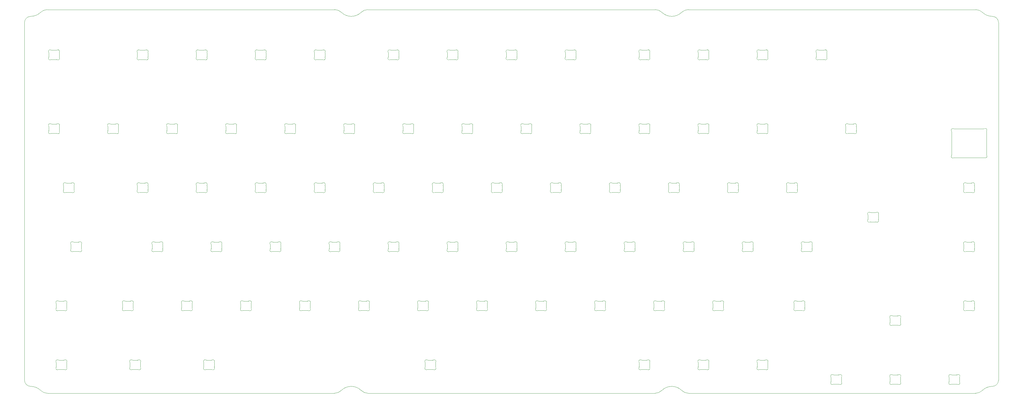
<source format=gbr>
%TF.GenerationSoftware,KiCad,Pcbnew,7.0.6*%
%TF.CreationDate,2024-02-10T17:37:48+00:00*%
%TF.ProjectId,MoonBoard,4d6f6f6e-426f-4617-9264-2e6b69636164,rev?*%
%TF.SameCoordinates,Original*%
%TF.FileFunction,Profile,NP*%
%FSLAX46Y46*%
G04 Gerber Fmt 4.6, Leading zero omitted, Abs format (unit mm)*
G04 Created by KiCad (PCBNEW 7.0.6) date 2024-02-10 17:37:48*
%MOMM*%
%LPD*%
G01*
G04 APERTURE LIST*
%TA.AperFunction,Profile*%
%ADD10C,0.100000*%
%TD*%
G04 APERTURE END LIST*
D10*
X47807093Y-190396711D02*
G75*
G03*
X44554996Y-189050000I-3252093J-3253289D01*
G01*
X153310868Y-67475000D02*
X246099132Y-67475000D01*
X349481977Y-191275025D02*
G75*
G03*
X351602907Y-190396711I-77J3000125D01*
G01*
X354855007Y-189050000D02*
G75*
G03*
X356855000Y-187050000I-7J2000000D01*
G01*
X351633466Y-68333553D02*
G75*
G03*
X354855000Y-69650000I3221534J3283553D01*
G01*
X142615310Y-191275000D02*
X49928023Y-191275000D01*
X256744201Y-67475002D02*
G75*
G03*
X254643201Y-68333553I-1J-2999998D01*
G01*
X254673759Y-190396711D02*
G75*
G03*
X248169574Y-190396711I-3252092J-3253287D01*
G01*
X248200134Y-68333552D02*
G75*
G03*
X254643200Y-68333552I3221533J3283553D01*
G01*
X144766800Y-68333552D02*
G75*
G03*
X151209866Y-68333552I3221533J3283553D01*
G01*
X354855000Y-189050001D02*
G75*
G03*
X351602908Y-190396712I0J-4599999D01*
G01*
X49877535Y-67475025D02*
G75*
G03*
X47776534Y-68333553I-35J-2999975D01*
G01*
X349481977Y-191275000D02*
X256794690Y-191275000D01*
X47807082Y-190396722D02*
G75*
G03*
X49928023Y-191275000I2120918J2121722D01*
G01*
X44555000Y-69650000D02*
G75*
G03*
X42555000Y-71650000I0J-2000000D01*
G01*
X153310868Y-67475019D02*
G75*
G03*
X151209867Y-68333553I-68J-2999881D01*
G01*
X254673744Y-190396726D02*
G75*
G03*
X256794690Y-191275000I2120956J2121826D01*
G01*
X44555000Y-69650000D02*
G75*
G03*
X47776534Y-68333553I0J4600000D01*
G01*
X49877535Y-67475000D02*
X142665799Y-67475000D01*
X356855000Y-71650000D02*
G75*
G03*
X354855007Y-69650000I-2000000J0D01*
G01*
X356855000Y-187050000D02*
X356855000Y-71650000D01*
X144766800Y-68333552D02*
G75*
G03*
X142665799Y-67475000I-2101000J-2141448D01*
G01*
X42555000Y-187050000D02*
G75*
G03*
X44555000Y-189050000I2000000J0D01*
G01*
X142615310Y-191275008D02*
G75*
G03*
X144736241Y-190396711I-10J3000008D01*
G01*
X151240426Y-190396711D02*
G75*
G03*
X144736241Y-190396711I-3252092J-3253287D01*
G01*
X351633443Y-68333576D02*
G75*
G03*
X349532465Y-67475000I-2100943J-2141224D01*
G01*
X151240407Y-190396730D02*
G75*
G03*
X153361356Y-191275000I2120993J2121930D01*
G01*
X246048644Y-191275000D02*
X153361356Y-191275000D01*
X256744201Y-67475000D02*
X349532465Y-67475000D01*
X246048644Y-191275019D02*
G75*
G03*
X248169574Y-190396711I56J2999819D01*
G01*
X42555000Y-71650000D02*
X42555000Y-187050000D01*
X248200157Y-68333528D02*
G75*
G03*
X246099132Y-67475000I-2101057J-2141672D01*
G01*
%TO.C,LED49*%
X220467499Y-143289658D02*
X220467499Y-144695342D01*
X219561952Y-145492499D02*
X217973047Y-145492499D01*
X217973048Y-142492500D02*
X219561952Y-142492500D01*
X217067501Y-144695342D02*
X217067501Y-143289658D01*
X220467500Y-144695342D02*
G75*
G03*
X220516985Y-144912220I500348J80D01*
G01*
X219814212Y-145560797D02*
G75*
G03*
X220516983Y-144912220I252293J431661D01*
G01*
X220516984Y-143072780D02*
G75*
G03*
X220467499Y-143289657I449826J-216721D01*
G01*
X220516984Y-143072780D02*
G75*
G03*
X219814211Y-142424203I-450517J216874D01*
G01*
X219561952Y-142492500D02*
G75*
G03*
X219814210Y-142424201I-103J500379D01*
G01*
X219814211Y-145560799D02*
G75*
G03*
X219561953Y-145492500I-252339J-432000D01*
G01*
X217720788Y-142424203D02*
G75*
G03*
X217973048Y-142492500I252352J432063D01*
G01*
X217973047Y-145492499D02*
G75*
G03*
X217720789Y-145560798I-107J-499601D01*
G01*
X217018019Y-144912222D02*
G75*
G03*
X217720789Y-145560798I450521J-216868D01*
G01*
X217018016Y-144912220D02*
G75*
G03*
X217067501Y-144695343I-450386J216850D01*
G01*
X217720789Y-142424201D02*
G75*
G03*
X217018017Y-143072781I-252253J-431706D01*
G01*
X217067489Y-143289658D02*
G75*
G03*
X217018016Y-143072780I-500289J-42D01*
G01*
%TO.C,LED34*%
X177604999Y-124239658D02*
X177604999Y-125645342D01*
X176699452Y-126442500D02*
X175110548Y-126442500D01*
X175110548Y-123442501D02*
X176699453Y-123442501D01*
X174205001Y-125645342D02*
X174205001Y-124239658D01*
X177605000Y-125645342D02*
G75*
G03*
X177654485Y-125862220I500348J80D01*
G01*
X176951711Y-126510799D02*
G75*
G03*
X177654483Y-125862219I252292J431664D01*
G01*
X177654484Y-124022780D02*
G75*
G03*
X177604999Y-124239657I450138J-216792D01*
G01*
X177654483Y-124022780D02*
G75*
G03*
X176951711Y-123374203I-450519J216872D01*
G01*
X176699453Y-123442501D02*
G75*
G03*
X176951711Y-123374202I90J499665D01*
G01*
X176951711Y-126510799D02*
G75*
G03*
X176699452Y-126442500I-252346J-432027D01*
G01*
X174858288Y-123374202D02*
G75*
G03*
X175110547Y-123442500I252352J432052D01*
G01*
X175110548Y-126442501D02*
G75*
G03*
X174858290Y-126510799I102J-500379D01*
G01*
X174155519Y-125862222D02*
G75*
G03*
X174858289Y-126510796I450511J-216878D01*
G01*
X174155507Y-125862215D02*
G75*
G03*
X174205001Y-125645343I-449707J216715D01*
G01*
X174858289Y-123374201D02*
G75*
G03*
X174155516Y-124022780I-252253J-431706D01*
G01*
X174204989Y-124239658D02*
G75*
G03*
X174155516Y-124022780I-500289J-42D01*
G01*
%TO.C,LED14*%
X53779999Y-105189658D02*
X53779999Y-106595342D01*
X52874452Y-107392499D02*
X51285547Y-107392499D01*
X51285548Y-104392500D02*
X52874452Y-104392500D01*
X50380001Y-106595342D02*
X50380001Y-105189658D01*
X53780000Y-106595342D02*
G75*
G03*
X53829485Y-106812220I500348J80D01*
G01*
X53126712Y-107460797D02*
G75*
G03*
X53829483Y-106812220I252293J431661D01*
G01*
X53829484Y-104972780D02*
G75*
G03*
X53779999Y-105189657I449826J-216721D01*
G01*
X53829484Y-104972780D02*
G75*
G03*
X53126711Y-104324203I-450517J216874D01*
G01*
X52874452Y-104392500D02*
G75*
G03*
X53126710Y-104324201I-103J500379D01*
G01*
X53126711Y-107460799D02*
G75*
G03*
X52874453Y-107392500I-252339J-432000D01*
G01*
X51033288Y-104324203D02*
G75*
G03*
X51285548Y-104392500I252352J432063D01*
G01*
X51285547Y-107392499D02*
G75*
G03*
X51033289Y-107460798I-107J-499601D01*
G01*
X50330519Y-106812222D02*
G75*
G03*
X51033289Y-107460798I450521J-216868D01*
G01*
X50330516Y-106812220D02*
G75*
G03*
X50380001Y-106595343I-450386J216850D01*
G01*
X51033289Y-104324201D02*
G75*
G03*
X50330517Y-104972781I-252253J-431706D01*
G01*
X50379989Y-105189658D02*
G75*
G03*
X50330516Y-104972780I-500289J-42D01*
G01*
%TO.C,LED70*%
X103786249Y-181389658D02*
X103786249Y-182795342D01*
X102880702Y-183592499D02*
X101291797Y-183592499D01*
X101291798Y-180592500D02*
X102880702Y-180592500D01*
X100386251Y-182795342D02*
X100386251Y-181389658D01*
X103786250Y-182795342D02*
G75*
G03*
X103835735Y-183012220I500348J80D01*
G01*
X103132962Y-183660797D02*
G75*
G03*
X103835733Y-183012220I252293J431661D01*
G01*
X103835734Y-181172780D02*
G75*
G03*
X103786249Y-181389657I449826J-216721D01*
G01*
X103835734Y-181172780D02*
G75*
G03*
X103132961Y-180524203I-450517J216874D01*
G01*
X102880702Y-180592500D02*
G75*
G03*
X103132960Y-180524201I-103J500379D01*
G01*
X103132961Y-183660799D02*
G75*
G03*
X102880703Y-183592500I-252339J-432000D01*
G01*
X101039538Y-180524203D02*
G75*
G03*
X101291798Y-180592500I252352J432063D01*
G01*
X101291797Y-183592499D02*
G75*
G03*
X101039539Y-183660798I-107J-499601D01*
G01*
X100336769Y-183012222D02*
G75*
G03*
X101039539Y-183660798I450521J-216868D01*
G01*
X100336766Y-183012220D02*
G75*
G03*
X100386251Y-182795343I-450386J216850D01*
G01*
X101039539Y-180524201D02*
G75*
G03*
X100336767Y-181172781I-252253J-431706D01*
G01*
X100386239Y-181389658D02*
G75*
G03*
X100336766Y-181172780I-500289J-42D01*
G01*
%TO.C,LED40*%
X58542499Y-124239658D02*
X58542499Y-125645342D01*
X57636952Y-126442500D02*
X56048048Y-126442500D01*
X56048048Y-123442501D02*
X57636953Y-123442501D01*
X55142501Y-125645342D02*
X55142501Y-124239658D01*
X58542500Y-125645342D02*
G75*
G03*
X58591985Y-125862220I500348J80D01*
G01*
X57889211Y-126510799D02*
G75*
G03*
X58591983Y-125862219I252292J431664D01*
G01*
X58591984Y-124022780D02*
G75*
G03*
X58542499Y-124239657I450138J-216792D01*
G01*
X58591983Y-124022780D02*
G75*
G03*
X57889211Y-123374203I-450519J216872D01*
G01*
X57636953Y-123442501D02*
G75*
G03*
X57889211Y-123374202I90J499665D01*
G01*
X57889211Y-126510799D02*
G75*
G03*
X57636952Y-126442500I-252346J-432027D01*
G01*
X55795788Y-123374202D02*
G75*
G03*
X56048047Y-123442500I252352J432052D01*
G01*
X56048048Y-126442501D02*
G75*
G03*
X55795790Y-126510799I102J-500379D01*
G01*
X55093019Y-125862222D02*
G75*
G03*
X55795789Y-126510796I450511J-216878D01*
G01*
X55093007Y-125862215D02*
G75*
G03*
X55142501Y-125645343I-449707J216715D01*
G01*
X55795789Y-123374201D02*
G75*
G03*
X55093016Y-124022780I-252253J-431706D01*
G01*
X55142489Y-124239658D02*
G75*
G03*
X55093016Y-124022780I-500289J-42D01*
G01*
%TO.C,LED55*%
X294286249Y-162339658D02*
X294286249Y-163745342D01*
X293380702Y-164542500D02*
X291791798Y-164542500D01*
X291791798Y-161542501D02*
X293380703Y-161542501D01*
X290886251Y-163745342D02*
X290886251Y-162339658D01*
X294286250Y-163745342D02*
G75*
G03*
X294335735Y-163962220I500348J80D01*
G01*
X293632961Y-164610799D02*
G75*
G03*
X294335733Y-163962219I252292J431664D01*
G01*
X294335734Y-162122780D02*
G75*
G03*
X294286249Y-162339657I450138J-216792D01*
G01*
X294335733Y-162122780D02*
G75*
G03*
X293632961Y-161474203I-450519J216872D01*
G01*
X293380703Y-161542501D02*
G75*
G03*
X293632961Y-161474202I90J499665D01*
G01*
X293632961Y-164610799D02*
G75*
G03*
X293380702Y-164542500I-252346J-432027D01*
G01*
X291539538Y-161474202D02*
G75*
G03*
X291791797Y-161542500I252352J432052D01*
G01*
X291791798Y-164542501D02*
G75*
G03*
X291539540Y-164610799I102J-500379D01*
G01*
X290836769Y-163962222D02*
G75*
G03*
X291539539Y-164610796I450511J-216878D01*
G01*
X290836757Y-163962215D02*
G75*
G03*
X290886251Y-163745343I-449707J216715D01*
G01*
X291539539Y-161474201D02*
G75*
G03*
X290836766Y-162122780I-252253J-431706D01*
G01*
X290886239Y-162339658D02*
G75*
G03*
X290836766Y-162122780I-500289J-42D01*
G01*
%TO.C,LED13*%
X53779999Y-81377158D02*
X53779999Y-82782842D01*
X52874452Y-83580000D02*
X51285548Y-83580000D01*
X51285548Y-80580001D02*
X52874453Y-80580001D01*
X50380001Y-82782842D02*
X50380001Y-81377158D01*
X53780000Y-82782842D02*
G75*
G03*
X53829485Y-82999720I500348J80D01*
G01*
X53126711Y-83648299D02*
G75*
G03*
X53829483Y-82999719I252292J431664D01*
G01*
X53829484Y-81160280D02*
G75*
G03*
X53779999Y-81377157I450138J-216792D01*
G01*
X53829483Y-81160280D02*
G75*
G03*
X53126711Y-80511703I-450519J216872D01*
G01*
X52874453Y-80580001D02*
G75*
G03*
X53126711Y-80511702I90J499665D01*
G01*
X53126711Y-83648299D02*
G75*
G03*
X52874452Y-83580000I-252346J-432027D01*
G01*
X51033288Y-80511702D02*
G75*
G03*
X51285547Y-80580000I252352J432052D01*
G01*
X51285548Y-83580001D02*
G75*
G03*
X51033290Y-83648299I102J-500379D01*
G01*
X50330519Y-82999722D02*
G75*
G03*
X51033289Y-83648296I450511J-216878D01*
G01*
X50330507Y-82999715D02*
G75*
G03*
X50380001Y-82782843I-449707J216715D01*
G01*
X51033289Y-80511701D02*
G75*
G03*
X50330516Y-81160280I-252253J-431706D01*
G01*
X50379989Y-81377158D02*
G75*
G03*
X50330516Y-81160280I-500289J-42D01*
G01*
%TO.C,LED26*%
X282379999Y-105189658D02*
X282379999Y-106595342D01*
X281474452Y-107392499D02*
X279885547Y-107392499D01*
X279885548Y-104392500D02*
X281474452Y-104392500D01*
X278980001Y-106595342D02*
X278980001Y-105189658D01*
X282380000Y-106595342D02*
G75*
G03*
X282429485Y-106812220I500348J80D01*
G01*
X281726712Y-107460797D02*
G75*
G03*
X282429483Y-106812220I252293J431661D01*
G01*
X282429484Y-104972780D02*
G75*
G03*
X282379999Y-105189657I449826J-216721D01*
G01*
X282429484Y-104972780D02*
G75*
G03*
X281726711Y-104324203I-450517J216874D01*
G01*
X281474452Y-104392500D02*
G75*
G03*
X281726710Y-104324201I-103J500379D01*
G01*
X281726711Y-107460799D02*
G75*
G03*
X281474453Y-107392500I-252339J-432000D01*
G01*
X279633288Y-104324203D02*
G75*
G03*
X279885548Y-104392500I252352J432063D01*
G01*
X279885547Y-107392499D02*
G75*
G03*
X279633289Y-107460798I-107J-499601D01*
G01*
X278930519Y-106812222D02*
G75*
G03*
X279633289Y-107460798I450521J-216868D01*
G01*
X278930516Y-106812220D02*
G75*
G03*
X278980001Y-106595343I-450386J216850D01*
G01*
X279633289Y-104324201D02*
G75*
G03*
X278930517Y-104972781I-252253J-431706D01*
G01*
X278979989Y-105189658D02*
G75*
G03*
X278930516Y-104972780I-500289J-42D01*
G01*
%TO.C,LED6*%
X201417499Y-81377158D02*
X201417499Y-82782842D01*
X200511952Y-83580000D02*
X198923048Y-83580000D01*
X198923048Y-80580001D02*
X200511953Y-80580001D01*
X198017501Y-82782842D02*
X198017501Y-81377158D01*
X201417500Y-82782842D02*
G75*
G03*
X201466985Y-82999720I500348J80D01*
G01*
X200764211Y-83648299D02*
G75*
G03*
X201466983Y-82999719I252292J431664D01*
G01*
X201466984Y-81160280D02*
G75*
G03*
X201417499Y-81377157I450138J-216792D01*
G01*
X201466983Y-81160280D02*
G75*
G03*
X200764211Y-80511703I-450519J216872D01*
G01*
X200511953Y-80580001D02*
G75*
G03*
X200764211Y-80511702I90J499665D01*
G01*
X200764211Y-83648299D02*
G75*
G03*
X200511952Y-83580000I-252346J-432027D01*
G01*
X198670788Y-80511702D02*
G75*
G03*
X198923047Y-80580000I252352J432052D01*
G01*
X198923048Y-83580001D02*
G75*
G03*
X198670790Y-83648299I102J-500379D01*
G01*
X197968019Y-82999722D02*
G75*
G03*
X198670789Y-83648296I450511J-216878D01*
G01*
X197968007Y-82999715D02*
G75*
G03*
X198017501Y-82782843I-449707J216715D01*
G01*
X198670789Y-80511701D02*
G75*
G03*
X197968016Y-81160280I-252253J-431706D01*
G01*
X198017489Y-81377158D02*
G75*
G03*
X197968016Y-81160280I-500289J-42D01*
G01*
%TO.C,LED68*%
X56161249Y-181389658D02*
X56161249Y-182795342D01*
X55255702Y-183592499D02*
X53666797Y-183592499D01*
X53666798Y-180592500D02*
X55255702Y-180592500D01*
X52761251Y-182795342D02*
X52761251Y-181389658D01*
X56161250Y-182795342D02*
G75*
G03*
X56210735Y-183012220I500348J80D01*
G01*
X55507962Y-183660797D02*
G75*
G03*
X56210733Y-183012220I252293J431661D01*
G01*
X56210734Y-181172780D02*
G75*
G03*
X56161249Y-181389657I449826J-216721D01*
G01*
X56210734Y-181172780D02*
G75*
G03*
X55507961Y-180524203I-450517J216874D01*
G01*
X55255702Y-180592500D02*
G75*
G03*
X55507960Y-180524201I-103J500379D01*
G01*
X55507961Y-183660799D02*
G75*
G03*
X55255703Y-183592500I-252339J-432000D01*
G01*
X53414538Y-180524203D02*
G75*
G03*
X53666798Y-180592500I252352J432063D01*
G01*
X53666797Y-183592499D02*
G75*
G03*
X53414539Y-183660798I-107J-499601D01*
G01*
X52711769Y-183012222D02*
G75*
G03*
X53414539Y-183660798I450521J-216868D01*
G01*
X52711766Y-183012220D02*
G75*
G03*
X52761251Y-182795343I-450386J216850D01*
G01*
X53414539Y-180524201D02*
G75*
G03*
X52711767Y-181172781I-252253J-431706D01*
G01*
X52761239Y-181389658D02*
G75*
G03*
X52711766Y-181172780I-500289J-42D01*
G01*
%TO.C,LED81*%
X349054999Y-124239658D02*
X349054999Y-125645342D01*
X348149452Y-126442499D02*
X346560547Y-126442499D01*
X346560548Y-123442500D02*
X348149452Y-123442500D01*
X345655001Y-125645342D02*
X345655001Y-124239658D01*
X349055000Y-125645342D02*
G75*
G03*
X349104485Y-125862220I500348J80D01*
G01*
X348401712Y-126510797D02*
G75*
G03*
X349104483Y-125862220I252293J431661D01*
G01*
X349104484Y-124022780D02*
G75*
G03*
X349054999Y-124239657I449826J-216721D01*
G01*
X349104484Y-124022780D02*
G75*
G03*
X348401711Y-123374203I-450517J216874D01*
G01*
X348149452Y-123442500D02*
G75*
G03*
X348401710Y-123374201I-103J500379D01*
G01*
X348401711Y-126510799D02*
G75*
G03*
X348149453Y-126442500I-252339J-432000D01*
G01*
X346308288Y-123374203D02*
G75*
G03*
X346560548Y-123442500I252352J432063D01*
G01*
X346560547Y-126442499D02*
G75*
G03*
X346308289Y-126510798I-107J-499601D01*
G01*
X345605519Y-125862222D02*
G75*
G03*
X346308289Y-126510798I450521J-216868D01*
G01*
X345605516Y-125862220D02*
G75*
G03*
X345655001Y-125645343I-450386J216850D01*
G01*
X346308289Y-123374201D02*
G75*
G03*
X345605517Y-124022781I-252253J-431706D01*
G01*
X345654989Y-124239658D02*
G75*
G03*
X345605516Y-124022780I-500289J-42D01*
G01*
%TO.C,LED29*%
X272854999Y-124239658D02*
X272854999Y-125645342D01*
X271949452Y-126442500D02*
X270360548Y-126442500D01*
X270360548Y-123442501D02*
X271949453Y-123442501D01*
X269455001Y-125645342D02*
X269455001Y-124239658D01*
X272855000Y-125645342D02*
G75*
G03*
X272904485Y-125862220I500348J80D01*
G01*
X272201711Y-126510799D02*
G75*
G03*
X272904483Y-125862219I252292J431664D01*
G01*
X272904484Y-124022780D02*
G75*
G03*
X272854999Y-124239657I450138J-216792D01*
G01*
X272904483Y-124022780D02*
G75*
G03*
X272201711Y-123374203I-450519J216872D01*
G01*
X271949453Y-123442501D02*
G75*
G03*
X272201711Y-123374202I90J499665D01*
G01*
X272201711Y-126510799D02*
G75*
G03*
X271949452Y-126442500I-252346J-432027D01*
G01*
X270108288Y-123374202D02*
G75*
G03*
X270360547Y-123442500I252352J432052D01*
G01*
X270360548Y-126442501D02*
G75*
G03*
X270108290Y-126510799I102J-500379D01*
G01*
X269405519Y-125862222D02*
G75*
G03*
X270108289Y-126510796I450511J-216878D01*
G01*
X269405507Y-125862215D02*
G75*
G03*
X269455001Y-125645343I-449707J216715D01*
G01*
X270108289Y-123374201D02*
G75*
G03*
X269405516Y-124022780I-252253J-431706D01*
G01*
X269454989Y-124239658D02*
G75*
G03*
X269405516Y-124022780I-500289J-42D01*
G01*
%TO.C,LED72*%
X244279999Y-181389658D02*
X244279999Y-182795342D01*
X243374452Y-183592499D02*
X241785547Y-183592499D01*
X241785548Y-180592500D02*
X243374452Y-180592500D01*
X240880001Y-182795342D02*
X240880001Y-181389658D01*
X244280000Y-182795342D02*
G75*
G03*
X244329485Y-183012220I500348J80D01*
G01*
X243626712Y-183660797D02*
G75*
G03*
X244329483Y-183012220I252293J431661D01*
G01*
X244329484Y-181172780D02*
G75*
G03*
X244279999Y-181389657I449826J-216721D01*
G01*
X244329484Y-181172780D02*
G75*
G03*
X243626711Y-180524203I-450517J216874D01*
G01*
X243374452Y-180592500D02*
G75*
G03*
X243626710Y-180524201I-103J500379D01*
G01*
X243626711Y-183660799D02*
G75*
G03*
X243374453Y-183592500I-252339J-432000D01*
G01*
X241533288Y-180524203D02*
G75*
G03*
X241785548Y-180592500I252352J432063D01*
G01*
X241785547Y-183592499D02*
G75*
G03*
X241533289Y-183660798I-107J-499601D01*
G01*
X240830519Y-183012222D02*
G75*
G03*
X241533289Y-183660798I450521J-216868D01*
G01*
X240830516Y-183012220D02*
G75*
G03*
X240880001Y-182795343I-450386J216850D01*
G01*
X241533289Y-180524201D02*
G75*
G03*
X240830517Y-181172781I-252253J-431706D01*
G01*
X240879989Y-181389658D02*
G75*
G03*
X240830516Y-181172780I-500289J-42D01*
G01*
%TO.C,LED52*%
X277617499Y-143289658D02*
X277617499Y-144695342D01*
X276711952Y-145492499D02*
X275123047Y-145492499D01*
X275123048Y-142492500D02*
X276711952Y-142492500D01*
X274217501Y-144695342D02*
X274217501Y-143289658D01*
X277617500Y-144695342D02*
G75*
G03*
X277666985Y-144912220I500348J80D01*
G01*
X276964212Y-145560797D02*
G75*
G03*
X277666983Y-144912220I252293J431661D01*
G01*
X277666984Y-143072780D02*
G75*
G03*
X277617499Y-143289657I449826J-216721D01*
G01*
X277666984Y-143072780D02*
G75*
G03*
X276964211Y-142424203I-450517J216874D01*
G01*
X276711952Y-142492500D02*
G75*
G03*
X276964210Y-142424201I-103J500379D01*
G01*
X276964211Y-145560799D02*
G75*
G03*
X276711953Y-145492500I-252339J-432000D01*
G01*
X274870788Y-142424203D02*
G75*
G03*
X275123048Y-142492500I252352J432063D01*
G01*
X275123047Y-145492499D02*
G75*
G03*
X274870789Y-145560798I-107J-499601D01*
G01*
X274168019Y-144912222D02*
G75*
G03*
X274870789Y-145560798I450521J-216868D01*
G01*
X274168016Y-144912220D02*
G75*
G03*
X274217501Y-144695343I-450386J216850D01*
G01*
X274870789Y-142424201D02*
G75*
G03*
X274168017Y-143072781I-252253J-431706D01*
G01*
X274217489Y-143289658D02*
G75*
G03*
X274168016Y-143072780I-500289J-42D01*
G01*
%TO.C,LED24*%
X244279999Y-105189658D02*
X244279999Y-106595342D01*
X243374452Y-107392499D02*
X241785547Y-107392499D01*
X241785548Y-104392500D02*
X243374452Y-104392500D01*
X240880001Y-106595342D02*
X240880001Y-105189658D01*
X244280000Y-106595342D02*
G75*
G03*
X244329485Y-106812220I500348J80D01*
G01*
X243626712Y-107460797D02*
G75*
G03*
X244329483Y-106812220I252293J431661D01*
G01*
X244329484Y-104972780D02*
G75*
G03*
X244279999Y-105189657I449826J-216721D01*
G01*
X244329484Y-104972780D02*
G75*
G03*
X243626711Y-104324203I-450517J216874D01*
G01*
X243374452Y-104392500D02*
G75*
G03*
X243626710Y-104324201I-103J500379D01*
G01*
X243626711Y-107460799D02*
G75*
G03*
X243374453Y-107392500I-252339J-432000D01*
G01*
X241533288Y-104324203D02*
G75*
G03*
X241785548Y-104392500I252352J432063D01*
G01*
X241785547Y-107392499D02*
G75*
G03*
X241533289Y-107460798I-107J-499601D01*
G01*
X240830519Y-106812222D02*
G75*
G03*
X241533289Y-107460798I450521J-216868D01*
G01*
X240830516Y-106812220D02*
G75*
G03*
X240880001Y-106595343I-450386J216850D01*
G01*
X241533289Y-104324201D02*
G75*
G03*
X240830517Y-104972781I-252253J-431706D01*
G01*
X240879989Y-105189658D02*
G75*
G03*
X240830516Y-104972780I-500289J-42D01*
G01*
%TO.C,LED20*%
X168079999Y-105189658D02*
X168079999Y-106595342D01*
X167174452Y-107392499D02*
X165585547Y-107392499D01*
X165585548Y-104392500D02*
X167174452Y-104392500D01*
X164680001Y-106595342D02*
X164680001Y-105189658D01*
X168080000Y-106595342D02*
G75*
G03*
X168129485Y-106812220I500348J80D01*
G01*
X167426712Y-107460797D02*
G75*
G03*
X168129483Y-106812220I252293J431661D01*
G01*
X168129484Y-104972780D02*
G75*
G03*
X168079999Y-105189657I449826J-216721D01*
G01*
X168129484Y-104972780D02*
G75*
G03*
X167426711Y-104324203I-450517J216874D01*
G01*
X167174452Y-104392500D02*
G75*
G03*
X167426710Y-104324201I-103J500379D01*
G01*
X167426711Y-107460799D02*
G75*
G03*
X167174453Y-107392500I-252339J-432000D01*
G01*
X165333288Y-104324203D02*
G75*
G03*
X165585548Y-104392500I252352J432063D01*
G01*
X165585547Y-107392499D02*
G75*
G03*
X165333289Y-107460798I-107J-499601D01*
G01*
X164630519Y-106812222D02*
G75*
G03*
X165333289Y-107460798I450521J-216868D01*
G01*
X164630516Y-106812220D02*
G75*
G03*
X164680001Y-106595343I-450386J216850D01*
G01*
X165333289Y-104324201D02*
G75*
G03*
X164630517Y-104972781I-252253J-431706D01*
G01*
X164679989Y-105189658D02*
G75*
G03*
X164630516Y-104972780I-500289J-42D01*
G01*
%TO.C,LED8*%
X163317499Y-81377158D02*
X163317499Y-82782842D01*
X162411952Y-83580000D02*
X160823048Y-83580000D01*
X160823048Y-80580001D02*
X162411953Y-80580001D01*
X159917501Y-82782842D02*
X159917501Y-81377158D01*
X163317500Y-82782842D02*
G75*
G03*
X163366985Y-82999720I500348J80D01*
G01*
X162664211Y-83648299D02*
G75*
G03*
X163366983Y-82999719I252292J431664D01*
G01*
X163366984Y-81160280D02*
G75*
G03*
X163317499Y-81377157I450138J-216792D01*
G01*
X163366983Y-81160280D02*
G75*
G03*
X162664211Y-80511703I-450519J216872D01*
G01*
X162411953Y-80580001D02*
G75*
G03*
X162664211Y-80511702I90J499665D01*
G01*
X162664211Y-83648299D02*
G75*
G03*
X162411952Y-83580000I-252346J-432027D01*
G01*
X160570788Y-80511702D02*
G75*
G03*
X160823047Y-80580000I252352J432052D01*
G01*
X160823048Y-83580001D02*
G75*
G03*
X160570790Y-83648299I102J-500379D01*
G01*
X159868019Y-82999722D02*
G75*
G03*
X160570789Y-83648296I450511J-216878D01*
G01*
X159868007Y-82999715D02*
G75*
G03*
X159917501Y-82782843I-449707J216715D01*
G01*
X160570789Y-80511701D02*
G75*
G03*
X159868016Y-81160280I-252253J-431706D01*
G01*
X159917489Y-81377158D02*
G75*
G03*
X159868016Y-81160280I-500289J-42D01*
G01*
%TO.C,LED50*%
X239517499Y-143289658D02*
X239517499Y-144695342D01*
X238611952Y-145492499D02*
X237023047Y-145492499D01*
X237023048Y-142492500D02*
X238611952Y-142492500D01*
X236117501Y-144695342D02*
X236117501Y-143289658D01*
X239517500Y-144695342D02*
G75*
G03*
X239566985Y-144912220I500348J80D01*
G01*
X238864212Y-145560797D02*
G75*
G03*
X239566983Y-144912220I252293J431661D01*
G01*
X239566984Y-143072780D02*
G75*
G03*
X239517499Y-143289657I449826J-216721D01*
G01*
X239566984Y-143072780D02*
G75*
G03*
X238864211Y-142424203I-450517J216874D01*
G01*
X238611952Y-142492500D02*
G75*
G03*
X238864210Y-142424201I-103J500379D01*
G01*
X238864211Y-145560799D02*
G75*
G03*
X238611953Y-145492500I-252339J-432000D01*
G01*
X236770788Y-142424203D02*
G75*
G03*
X237023048Y-142492500I252352J432063D01*
G01*
X237023047Y-145492499D02*
G75*
G03*
X236770789Y-145560798I-107J-499601D01*
G01*
X236068019Y-144912222D02*
G75*
G03*
X236770789Y-145560798I450521J-216868D01*
G01*
X236068016Y-144912220D02*
G75*
G03*
X236117501Y-144695343I-450386J216850D01*
G01*
X236770789Y-142424201D02*
G75*
G03*
X236068017Y-143072781I-252253J-431706D01*
G01*
X236117489Y-143289658D02*
G75*
G03*
X236068016Y-143072780I-500289J-42D01*
G01*
%TO.C,LED61*%
X172842499Y-162339658D02*
X172842499Y-163745342D01*
X171936952Y-164542500D02*
X170348048Y-164542500D01*
X170348048Y-161542501D02*
X171936953Y-161542501D01*
X169442501Y-163745342D02*
X169442501Y-162339658D01*
X172842500Y-163745342D02*
G75*
G03*
X172891985Y-163962220I500348J80D01*
G01*
X172189211Y-164610799D02*
G75*
G03*
X172891983Y-163962219I252292J431664D01*
G01*
X172891984Y-162122780D02*
G75*
G03*
X172842499Y-162339657I450138J-216792D01*
G01*
X172891983Y-162122780D02*
G75*
G03*
X172189211Y-161474203I-450519J216872D01*
G01*
X171936953Y-161542501D02*
G75*
G03*
X172189211Y-161474202I90J499665D01*
G01*
X172189211Y-164610799D02*
G75*
G03*
X171936952Y-164542500I-252346J-432027D01*
G01*
X170095788Y-161474202D02*
G75*
G03*
X170348047Y-161542500I252352J432052D01*
G01*
X170348048Y-164542501D02*
G75*
G03*
X170095790Y-164610799I102J-500379D01*
G01*
X169393019Y-163962222D02*
G75*
G03*
X170095789Y-164610796I450511J-216878D01*
G01*
X169393007Y-163962215D02*
G75*
G03*
X169442501Y-163745343I-449707J216715D01*
G01*
X170095789Y-161474201D02*
G75*
G03*
X169393016Y-162122780I-252253J-431706D01*
G01*
X169442489Y-162339658D02*
G75*
G03*
X169393016Y-162122780I-500289J-42D01*
G01*
%TO.C,LED41*%
X60923749Y-143289658D02*
X60923749Y-144695342D01*
X60018202Y-145492499D02*
X58429297Y-145492499D01*
X58429298Y-142492500D02*
X60018202Y-142492500D01*
X57523751Y-144695342D02*
X57523751Y-143289658D01*
X60923750Y-144695342D02*
G75*
G03*
X60973235Y-144912220I500348J80D01*
G01*
X60270462Y-145560797D02*
G75*
G03*
X60973233Y-144912220I252293J431661D01*
G01*
X60973234Y-143072780D02*
G75*
G03*
X60923749Y-143289657I449826J-216721D01*
G01*
X60973234Y-143072780D02*
G75*
G03*
X60270461Y-142424203I-450517J216874D01*
G01*
X60018202Y-142492500D02*
G75*
G03*
X60270460Y-142424201I-103J500379D01*
G01*
X60270461Y-145560799D02*
G75*
G03*
X60018203Y-145492500I-252339J-432000D01*
G01*
X58177038Y-142424203D02*
G75*
G03*
X58429298Y-142492500I252352J432063D01*
G01*
X58429297Y-145492499D02*
G75*
G03*
X58177039Y-145560798I-107J-499601D01*
G01*
X57474269Y-144912222D02*
G75*
G03*
X58177039Y-145560798I450521J-216868D01*
G01*
X57474266Y-144912220D02*
G75*
G03*
X57523751Y-144695343I-450386J216850D01*
G01*
X58177039Y-142424201D02*
G75*
G03*
X57474267Y-143072781I-252253J-431706D01*
G01*
X57523739Y-143289658D02*
G75*
G03*
X57474266Y-143072780I-500289J-42D01*
G01*
%TO.C,LED63*%
X134742499Y-162339658D02*
X134742499Y-163745342D01*
X133836952Y-164542500D02*
X132248048Y-164542500D01*
X132248048Y-161542501D02*
X133836953Y-161542501D01*
X131342501Y-163745342D02*
X131342501Y-162339658D01*
X134742500Y-163745342D02*
G75*
G03*
X134791985Y-163962220I500348J80D01*
G01*
X134089211Y-164610799D02*
G75*
G03*
X134791983Y-163962219I252292J431664D01*
G01*
X134791984Y-162122780D02*
G75*
G03*
X134742499Y-162339657I450138J-216792D01*
G01*
X134791983Y-162122780D02*
G75*
G03*
X134089211Y-161474203I-450519J216872D01*
G01*
X133836953Y-161542501D02*
G75*
G03*
X134089211Y-161474202I90J499665D01*
G01*
X134089211Y-164610799D02*
G75*
G03*
X133836952Y-164542500I-252346J-432027D01*
G01*
X131995788Y-161474202D02*
G75*
G03*
X132248047Y-161542500I252352J432052D01*
G01*
X132248048Y-164542501D02*
G75*
G03*
X131995790Y-164610799I102J-500379D01*
G01*
X131293019Y-163962222D02*
G75*
G03*
X131995789Y-164610796I450511J-216878D01*
G01*
X131293007Y-163962215D02*
G75*
G03*
X131342501Y-163745343I-449707J216715D01*
G01*
X131995789Y-161474201D02*
G75*
G03*
X131293016Y-162122780I-252253J-431706D01*
G01*
X131342489Y-162339658D02*
G75*
G03*
X131293016Y-162122780I-500289J-42D01*
G01*
%TO.C,LED79*%
X349054999Y-162339658D02*
X349054999Y-163745342D01*
X348149452Y-164542499D02*
X346560547Y-164542499D01*
X346560548Y-161542500D02*
X348149452Y-161542500D01*
X345655001Y-163745342D02*
X345655001Y-162339658D01*
X349055000Y-163745342D02*
G75*
G03*
X349104485Y-163962220I500348J80D01*
G01*
X348401712Y-164610797D02*
G75*
G03*
X349104483Y-163962220I252293J431661D01*
G01*
X349104484Y-162122780D02*
G75*
G03*
X349054999Y-162339657I449826J-216721D01*
G01*
X349104484Y-162122780D02*
G75*
G03*
X348401711Y-161474203I-450517J216874D01*
G01*
X348149452Y-161542500D02*
G75*
G03*
X348401710Y-161474201I-103J500379D01*
G01*
X348401711Y-164610799D02*
G75*
G03*
X348149453Y-164542500I-252339J-432000D01*
G01*
X346308288Y-161474203D02*
G75*
G03*
X346560548Y-161542500I252352J432063D01*
G01*
X346560547Y-164542499D02*
G75*
G03*
X346308289Y-164610798I-107J-499601D01*
G01*
X345605519Y-163962222D02*
G75*
G03*
X346308289Y-164610798I450521J-216868D01*
G01*
X345605516Y-163962220D02*
G75*
G03*
X345655001Y-163745343I-450386J216850D01*
G01*
X346308289Y-161474201D02*
G75*
G03*
X345605517Y-162122781I-252253J-431706D01*
G01*
X345654989Y-162339658D02*
G75*
G03*
X345605516Y-162122780I-500289J-42D01*
G01*
%TO.C,LED31*%
X234754999Y-124239658D02*
X234754999Y-125645342D01*
X233849452Y-126442500D02*
X232260548Y-126442500D01*
X232260548Y-123442501D02*
X233849453Y-123442501D01*
X231355001Y-125645342D02*
X231355001Y-124239658D01*
X234755000Y-125645342D02*
G75*
G03*
X234804485Y-125862220I500348J80D01*
G01*
X234101711Y-126510799D02*
G75*
G03*
X234804483Y-125862219I252292J431664D01*
G01*
X234804484Y-124022780D02*
G75*
G03*
X234754999Y-124239657I450138J-216792D01*
G01*
X234804483Y-124022780D02*
G75*
G03*
X234101711Y-123374203I-450519J216872D01*
G01*
X233849453Y-123442501D02*
G75*
G03*
X234101711Y-123374202I90J499665D01*
G01*
X234101711Y-126510799D02*
G75*
G03*
X233849452Y-126442500I-252346J-432027D01*
G01*
X232008288Y-123374202D02*
G75*
G03*
X232260547Y-123442500I252352J432052D01*
G01*
X232260548Y-126442501D02*
G75*
G03*
X232008290Y-126510799I102J-500379D01*
G01*
X231305519Y-125862222D02*
G75*
G03*
X232008289Y-126510796I450511J-216878D01*
G01*
X231305507Y-125862215D02*
G75*
G03*
X231355001Y-125645343I-449707J216715D01*
G01*
X232008289Y-123374201D02*
G75*
G03*
X231305516Y-124022780I-252253J-431706D01*
G01*
X231354989Y-124239658D02*
G75*
G03*
X231305516Y-124022780I-500289J-42D01*
G01*
%TO.C,LED12*%
X82354999Y-81377158D02*
X82354999Y-82782842D01*
X81449452Y-83580000D02*
X79860548Y-83580000D01*
X79860548Y-80580001D02*
X81449453Y-80580001D01*
X78955001Y-82782842D02*
X78955001Y-81377158D01*
X82355000Y-82782842D02*
G75*
G03*
X82404485Y-82999720I500348J80D01*
G01*
X81701711Y-83648299D02*
G75*
G03*
X82404483Y-82999719I252292J431664D01*
G01*
X82404484Y-81160280D02*
G75*
G03*
X82354999Y-81377157I450138J-216792D01*
G01*
X82404483Y-81160280D02*
G75*
G03*
X81701711Y-80511703I-450519J216872D01*
G01*
X81449453Y-80580001D02*
G75*
G03*
X81701711Y-80511702I90J499665D01*
G01*
X81701711Y-83648299D02*
G75*
G03*
X81449452Y-83580000I-252346J-432027D01*
G01*
X79608288Y-80511702D02*
G75*
G03*
X79860547Y-80580000I252352J432052D01*
G01*
X79860548Y-83580001D02*
G75*
G03*
X79608290Y-83648299I102J-500379D01*
G01*
X78905519Y-82999722D02*
G75*
G03*
X79608289Y-83648296I450511J-216878D01*
G01*
X78905507Y-82999715D02*
G75*
G03*
X78955001Y-82782843I-449707J216715D01*
G01*
X79608289Y-80511701D02*
G75*
G03*
X78905516Y-81160280I-252253J-431706D01*
G01*
X78954989Y-81377158D02*
G75*
G03*
X78905516Y-81160280I-500289J-42D01*
G01*
%TO.C,LED25*%
X263329999Y-105189658D02*
X263329999Y-106595342D01*
X262424452Y-107392499D02*
X260835547Y-107392499D01*
X260835548Y-104392500D02*
X262424452Y-104392500D01*
X259930001Y-106595342D02*
X259930001Y-105189658D01*
X263330000Y-106595342D02*
G75*
G03*
X263379485Y-106812220I500348J80D01*
G01*
X262676712Y-107460797D02*
G75*
G03*
X263379483Y-106812220I252293J431661D01*
G01*
X263379484Y-104972780D02*
G75*
G03*
X263329999Y-105189657I449826J-216721D01*
G01*
X263379484Y-104972780D02*
G75*
G03*
X262676711Y-104324203I-450517J216874D01*
G01*
X262424452Y-104392500D02*
G75*
G03*
X262676710Y-104324201I-103J500379D01*
G01*
X262676711Y-107460799D02*
G75*
G03*
X262424453Y-107392500I-252339J-432000D01*
G01*
X260583288Y-104324203D02*
G75*
G03*
X260835548Y-104392500I252352J432063D01*
G01*
X260835547Y-107392499D02*
G75*
G03*
X260583289Y-107460798I-107J-499601D01*
G01*
X259880519Y-106812222D02*
G75*
G03*
X260583289Y-107460798I450521J-216868D01*
G01*
X259880516Y-106812220D02*
G75*
G03*
X259930001Y-106595343I-450386J216850D01*
G01*
X260583289Y-104324201D02*
G75*
G03*
X259880517Y-104972781I-252253J-431706D01*
G01*
X259929989Y-105189658D02*
G75*
G03*
X259880516Y-104972780I-500289J-42D01*
G01*
%TO.C,LED23*%
X225229999Y-105189658D02*
X225229999Y-106595342D01*
X224324452Y-107392499D02*
X222735547Y-107392499D01*
X222735548Y-104392500D02*
X224324452Y-104392500D01*
X221830001Y-106595342D02*
X221830001Y-105189658D01*
X225230000Y-106595342D02*
G75*
G03*
X225279485Y-106812220I500348J80D01*
G01*
X224576712Y-107460797D02*
G75*
G03*
X225279483Y-106812220I252293J431661D01*
G01*
X225279484Y-104972780D02*
G75*
G03*
X225229999Y-105189657I449826J-216721D01*
G01*
X225279484Y-104972780D02*
G75*
G03*
X224576711Y-104324203I-450517J216874D01*
G01*
X224324452Y-104392500D02*
G75*
G03*
X224576710Y-104324201I-103J500379D01*
G01*
X224576711Y-107460799D02*
G75*
G03*
X224324453Y-107392500I-252339J-432000D01*
G01*
X222483288Y-104324203D02*
G75*
G03*
X222735548Y-104392500I252352J432063D01*
G01*
X222735547Y-107392499D02*
G75*
G03*
X222483289Y-107460798I-107J-499601D01*
G01*
X221780519Y-106812222D02*
G75*
G03*
X222483289Y-107460798I450521J-216868D01*
G01*
X221780516Y-106812220D02*
G75*
G03*
X221830001Y-106595343I-450386J216850D01*
G01*
X222483289Y-104324201D02*
G75*
G03*
X221780517Y-104972781I-252253J-431706D01*
G01*
X221829989Y-105189658D02*
G75*
G03*
X221780516Y-104972780I-500289J-42D01*
G01*
%TO.C,LED78*%
X325242499Y-167102158D02*
X325242499Y-168507842D01*
X324336952Y-169304999D02*
X322748047Y-169304999D01*
X322748048Y-166305000D02*
X324336952Y-166305000D01*
X321842501Y-168507842D02*
X321842501Y-167102158D01*
X325242500Y-168507842D02*
G75*
G03*
X325291985Y-168724720I500348J80D01*
G01*
X324589212Y-169373297D02*
G75*
G03*
X325291983Y-168724720I252293J431661D01*
G01*
X325291984Y-166885280D02*
G75*
G03*
X325242499Y-167102157I449826J-216721D01*
G01*
X325291984Y-166885280D02*
G75*
G03*
X324589211Y-166236703I-450517J216874D01*
G01*
X324336952Y-166305000D02*
G75*
G03*
X324589210Y-166236701I-103J500379D01*
G01*
X324589211Y-169373299D02*
G75*
G03*
X324336953Y-169305000I-252339J-432000D01*
G01*
X322495788Y-166236703D02*
G75*
G03*
X322748048Y-166305000I252352J432063D01*
G01*
X322748047Y-169304999D02*
G75*
G03*
X322495789Y-169373298I-107J-499601D01*
G01*
X321793019Y-168724722D02*
G75*
G03*
X322495789Y-169373298I450521J-216868D01*
G01*
X321793016Y-168724720D02*
G75*
G03*
X321842501Y-168507843I-450386J216850D01*
G01*
X322495789Y-166236701D02*
G75*
G03*
X321793017Y-166885281I-252253J-431706D01*
G01*
X321842489Y-167102158D02*
G75*
G03*
X321793016Y-166885280I-500289J-42D01*
G01*
%TO.C,LED3*%
X263329999Y-81377158D02*
X263329999Y-82782842D01*
X262424452Y-83580000D02*
X260835548Y-83580000D01*
X260835548Y-80580001D02*
X262424453Y-80580001D01*
X259930001Y-82782842D02*
X259930001Y-81377158D01*
X263330000Y-82782842D02*
G75*
G03*
X263379485Y-82999720I500348J80D01*
G01*
X262676711Y-83648299D02*
G75*
G03*
X263379483Y-82999719I252292J431664D01*
G01*
X263379484Y-81160280D02*
G75*
G03*
X263329999Y-81377157I450138J-216792D01*
G01*
X263379483Y-81160280D02*
G75*
G03*
X262676711Y-80511703I-450519J216872D01*
G01*
X262424453Y-80580001D02*
G75*
G03*
X262676711Y-80511702I90J499665D01*
G01*
X262676711Y-83648299D02*
G75*
G03*
X262424452Y-83580000I-252346J-432027D01*
G01*
X260583288Y-80511702D02*
G75*
G03*
X260835547Y-80580000I252352J432052D01*
G01*
X260835548Y-83580001D02*
G75*
G03*
X260583290Y-83648299I102J-500379D01*
G01*
X259880519Y-82999722D02*
G75*
G03*
X260583289Y-83648296I450511J-216878D01*
G01*
X259880507Y-82999715D02*
G75*
G03*
X259930001Y-82782843I-449707J216715D01*
G01*
X260583289Y-80511701D02*
G75*
G03*
X259880516Y-81160280I-252253J-431706D01*
G01*
X259929989Y-81377158D02*
G75*
G03*
X259880516Y-81160280I-500289J-42D01*
G01*
%TO.C,LED15*%
X72829999Y-105189658D02*
X72829999Y-106595342D01*
X71924452Y-107392499D02*
X70335547Y-107392499D01*
X70335548Y-104392500D02*
X71924452Y-104392500D01*
X69430001Y-106595342D02*
X69430001Y-105189658D01*
X72830000Y-106595342D02*
G75*
G03*
X72879485Y-106812220I500348J80D01*
G01*
X72176712Y-107460797D02*
G75*
G03*
X72879483Y-106812220I252293J431661D01*
G01*
X72879484Y-104972780D02*
G75*
G03*
X72829999Y-105189657I449826J-216721D01*
G01*
X72879484Y-104972780D02*
G75*
G03*
X72176711Y-104324203I-450517J216874D01*
G01*
X71924452Y-104392500D02*
G75*
G03*
X72176710Y-104324201I-103J500379D01*
G01*
X72176711Y-107460799D02*
G75*
G03*
X71924453Y-107392500I-252339J-432000D01*
G01*
X70083288Y-104324203D02*
G75*
G03*
X70335548Y-104392500I252352J432063D01*
G01*
X70335547Y-107392499D02*
G75*
G03*
X70083289Y-107460798I-107J-499601D01*
G01*
X69380519Y-106812222D02*
G75*
G03*
X70083289Y-107460798I450521J-216868D01*
G01*
X69380516Y-106812220D02*
G75*
G03*
X69430001Y-106595343I-450386J216850D01*
G01*
X70083289Y-104324201D02*
G75*
G03*
X69380517Y-104972781I-252253J-431706D01*
G01*
X69429989Y-105189658D02*
G75*
G03*
X69380516Y-104972780I-500289J-42D01*
G01*
%TO.C,LED69*%
X79973749Y-181389658D02*
X79973749Y-182795342D01*
X79068202Y-183592499D02*
X77479297Y-183592499D01*
X77479298Y-180592500D02*
X79068202Y-180592500D01*
X76573751Y-182795342D02*
X76573751Y-181389658D01*
X79973750Y-182795342D02*
G75*
G03*
X80023235Y-183012220I500348J80D01*
G01*
X79320462Y-183660797D02*
G75*
G03*
X80023233Y-183012220I252293J431661D01*
G01*
X80023234Y-181172780D02*
G75*
G03*
X79973749Y-181389657I449826J-216721D01*
G01*
X80023234Y-181172780D02*
G75*
G03*
X79320461Y-180524203I-450517J216874D01*
G01*
X79068202Y-180592500D02*
G75*
G03*
X79320460Y-180524201I-103J500379D01*
G01*
X79320461Y-183660799D02*
G75*
G03*
X79068203Y-183592500I-252339J-432000D01*
G01*
X77227038Y-180524203D02*
G75*
G03*
X77479298Y-180592500I252352J432063D01*
G01*
X77479297Y-183592499D02*
G75*
G03*
X77227039Y-183660798I-107J-499601D01*
G01*
X76524269Y-183012222D02*
G75*
G03*
X77227039Y-183660798I450521J-216868D01*
G01*
X76524266Y-183012220D02*
G75*
G03*
X76573751Y-182795343I-450386J216850D01*
G01*
X77227039Y-180524201D02*
G75*
G03*
X76524267Y-181172781I-252253J-431706D01*
G01*
X76573739Y-181389658D02*
G75*
G03*
X76524266Y-181172780I-500289J-42D01*
G01*
%TO.C,LED44*%
X125217499Y-143289658D02*
X125217499Y-144695342D01*
X124311952Y-145492499D02*
X122723047Y-145492499D01*
X122723048Y-142492500D02*
X124311952Y-142492500D01*
X121817501Y-144695342D02*
X121817501Y-143289658D01*
X125217500Y-144695342D02*
G75*
G03*
X125266985Y-144912220I500348J80D01*
G01*
X124564212Y-145560797D02*
G75*
G03*
X125266983Y-144912220I252293J431661D01*
G01*
X125266984Y-143072780D02*
G75*
G03*
X125217499Y-143289657I449826J-216721D01*
G01*
X125266984Y-143072780D02*
G75*
G03*
X124564211Y-142424203I-450517J216874D01*
G01*
X124311952Y-142492500D02*
G75*
G03*
X124564210Y-142424201I-103J500379D01*
G01*
X124564211Y-145560799D02*
G75*
G03*
X124311953Y-145492500I-252339J-432000D01*
G01*
X122470788Y-142424203D02*
G75*
G03*
X122723048Y-142492500I252352J432063D01*
G01*
X122723047Y-145492499D02*
G75*
G03*
X122470789Y-145560798I-107J-499601D01*
G01*
X121768019Y-144912222D02*
G75*
G03*
X122470789Y-145560798I450521J-216868D01*
G01*
X121768016Y-144912220D02*
G75*
G03*
X121817501Y-144695343I-450386J216850D01*
G01*
X122470789Y-142424201D02*
G75*
G03*
X121768017Y-143072781I-252253J-431706D01*
G01*
X121817489Y-143289658D02*
G75*
G03*
X121768016Y-143072780I-500289J-42D01*
G01*
%TO.C,LED66*%
X77592499Y-162339658D02*
X77592499Y-163745342D01*
X76686952Y-164542500D02*
X75098048Y-164542500D01*
X75098048Y-161542501D02*
X76686953Y-161542501D01*
X74192501Y-163745342D02*
X74192501Y-162339658D01*
X77592500Y-163745342D02*
G75*
G03*
X77641985Y-163962220I500348J80D01*
G01*
X76939211Y-164610799D02*
G75*
G03*
X77641983Y-163962219I252292J431664D01*
G01*
X77641984Y-162122780D02*
G75*
G03*
X77592499Y-162339657I450138J-216792D01*
G01*
X77641983Y-162122780D02*
G75*
G03*
X76939211Y-161474203I-450519J216872D01*
G01*
X76686953Y-161542501D02*
G75*
G03*
X76939211Y-161474202I90J499665D01*
G01*
X76939211Y-164610799D02*
G75*
G03*
X76686952Y-164542500I-252346J-432027D01*
G01*
X74845788Y-161474202D02*
G75*
G03*
X75098047Y-161542500I252352J432052D01*
G01*
X75098048Y-164542501D02*
G75*
G03*
X74845790Y-164610799I102J-500379D01*
G01*
X74143019Y-163962222D02*
G75*
G03*
X74845789Y-164610796I450511J-216878D01*
G01*
X74143007Y-163962215D02*
G75*
G03*
X74192501Y-163745343I-449707J216715D01*
G01*
X74845789Y-161474201D02*
G75*
G03*
X74143016Y-162122780I-252253J-431706D01*
G01*
X74192489Y-162339658D02*
G75*
G03*
X74143016Y-162122780I-500289J-42D01*
G01*
%TO.C,LED71*%
X175223749Y-181389658D02*
X175223749Y-182795342D01*
X174318202Y-183592499D02*
X172729297Y-183592499D01*
X172729298Y-180592500D02*
X174318202Y-180592500D01*
X171823751Y-182795342D02*
X171823751Y-181389658D01*
X175223750Y-182795342D02*
G75*
G03*
X175273235Y-183012220I500348J80D01*
G01*
X174570462Y-183660797D02*
G75*
G03*
X175273233Y-183012220I252293J431661D01*
G01*
X175273234Y-181172780D02*
G75*
G03*
X175223749Y-181389657I449826J-216721D01*
G01*
X175273234Y-181172780D02*
G75*
G03*
X174570461Y-180524203I-450517J216874D01*
G01*
X174318202Y-180592500D02*
G75*
G03*
X174570460Y-180524201I-103J500379D01*
G01*
X174570461Y-183660799D02*
G75*
G03*
X174318203Y-183592500I-252339J-432000D01*
G01*
X172477038Y-180524203D02*
G75*
G03*
X172729298Y-180592500I252352J432063D01*
G01*
X172729297Y-183592499D02*
G75*
G03*
X172477039Y-183660798I-107J-499601D01*
G01*
X171774269Y-183012222D02*
G75*
G03*
X172477039Y-183660798I450521J-216868D01*
G01*
X171774266Y-183012220D02*
G75*
G03*
X171823751Y-182795343I-450386J216850D01*
G01*
X172477039Y-180524201D02*
G75*
G03*
X171774267Y-181172781I-252253J-431706D01*
G01*
X171823739Y-181389658D02*
G75*
G03*
X171774266Y-181172780I-500289J-42D01*
G01*
%TO.C,LED36*%
X139504999Y-124239658D02*
X139504999Y-125645342D01*
X138599452Y-126442500D02*
X137010548Y-126442500D01*
X137010548Y-123442501D02*
X138599453Y-123442501D01*
X136105001Y-125645342D02*
X136105001Y-124239658D01*
X139505000Y-125645342D02*
G75*
G03*
X139554485Y-125862220I500348J80D01*
G01*
X138851711Y-126510799D02*
G75*
G03*
X139554483Y-125862219I252292J431664D01*
G01*
X139554484Y-124022780D02*
G75*
G03*
X139504999Y-124239657I450138J-216792D01*
G01*
X139554483Y-124022780D02*
G75*
G03*
X138851711Y-123374203I-450519J216872D01*
G01*
X138599453Y-123442501D02*
G75*
G03*
X138851711Y-123374202I90J499665D01*
G01*
X138851711Y-126510799D02*
G75*
G03*
X138599452Y-126442500I-252346J-432027D01*
G01*
X136758288Y-123374202D02*
G75*
G03*
X137010547Y-123442500I252352J432052D01*
G01*
X137010548Y-126442501D02*
G75*
G03*
X136758290Y-126510799I102J-500379D01*
G01*
X136055519Y-125862222D02*
G75*
G03*
X136758289Y-126510796I450511J-216878D01*
G01*
X136055507Y-125862215D02*
G75*
G03*
X136105001Y-125645343I-449707J216715D01*
G01*
X136758289Y-123374201D02*
G75*
G03*
X136055516Y-124022780I-252253J-431706D01*
G01*
X136104989Y-124239658D02*
G75*
G03*
X136055516Y-124022780I-500289J-42D01*
G01*
%TO.C,LED1*%
X301429999Y-81377158D02*
X301429999Y-82782842D01*
X300524452Y-83580000D02*
X298935548Y-83580000D01*
X298935548Y-80580001D02*
X300524453Y-80580001D01*
X298030001Y-82782842D02*
X298030001Y-81377158D01*
X301430000Y-82782842D02*
G75*
G03*
X301479485Y-82999720I500348J80D01*
G01*
X300776711Y-83648299D02*
G75*
G03*
X301479483Y-82999719I252292J431664D01*
G01*
X301479484Y-81160280D02*
G75*
G03*
X301429999Y-81377157I450138J-216792D01*
G01*
X301479483Y-81160280D02*
G75*
G03*
X300776711Y-80511703I-450519J216872D01*
G01*
X300524453Y-80580001D02*
G75*
G03*
X300776711Y-80511702I90J499665D01*
G01*
X300776711Y-83648299D02*
G75*
G03*
X300524452Y-83580000I-252346J-432027D01*
G01*
X298683288Y-80511702D02*
G75*
G03*
X298935547Y-80580000I252352J432052D01*
G01*
X298935548Y-83580001D02*
G75*
G03*
X298683290Y-83648299I102J-500379D01*
G01*
X297980519Y-82999722D02*
G75*
G03*
X298683289Y-83648296I450511J-216878D01*
G01*
X297980507Y-82999715D02*
G75*
G03*
X298030001Y-82782843I-449707J216715D01*
G01*
X298683289Y-80511701D02*
G75*
G03*
X297980516Y-81160280I-252253J-431706D01*
G01*
X298029989Y-81377158D02*
G75*
G03*
X297980516Y-81160280I-500289J-42D01*
G01*
%TO.C,LED77*%
X344292499Y-186152158D02*
X344292499Y-187557842D01*
X343386952Y-188354999D02*
X341798047Y-188354999D01*
X341798048Y-185355000D02*
X343386952Y-185355000D01*
X340892501Y-187557842D02*
X340892501Y-186152158D01*
X344292500Y-187557842D02*
G75*
G03*
X344341985Y-187774720I500348J80D01*
G01*
X343639212Y-188423297D02*
G75*
G03*
X344341983Y-187774720I252293J431661D01*
G01*
X344341984Y-185935280D02*
G75*
G03*
X344292499Y-186152157I449826J-216721D01*
G01*
X344341984Y-185935280D02*
G75*
G03*
X343639211Y-185286703I-450517J216874D01*
G01*
X343386952Y-185355000D02*
G75*
G03*
X343639210Y-185286701I-103J500379D01*
G01*
X343639211Y-188423299D02*
G75*
G03*
X343386953Y-188355000I-252339J-432000D01*
G01*
X341545788Y-185286703D02*
G75*
G03*
X341798048Y-185355000I252352J432063D01*
G01*
X341798047Y-188354999D02*
G75*
G03*
X341545789Y-188423298I-107J-499601D01*
G01*
X340843019Y-187774722D02*
G75*
G03*
X341545789Y-188423298I450521J-216868D01*
G01*
X340843016Y-187774720D02*
G75*
G03*
X340892501Y-187557843I-450386J216850D01*
G01*
X341545789Y-185286701D02*
G75*
G03*
X340843017Y-185935281I-252253J-431706D01*
G01*
X340892489Y-186152158D02*
G75*
G03*
X340843016Y-185935280I-500289J-42D01*
G01*
%TO.C,LED7*%
X182367499Y-81377158D02*
X182367499Y-82782842D01*
X181461952Y-83580000D02*
X179873048Y-83580000D01*
X179873048Y-80580001D02*
X181461953Y-80580001D01*
X178967501Y-82782842D02*
X178967501Y-81377158D01*
X182367500Y-82782842D02*
G75*
G03*
X182416985Y-82999720I500348J80D01*
G01*
X181714211Y-83648299D02*
G75*
G03*
X182416983Y-82999719I252292J431664D01*
G01*
X182416984Y-81160280D02*
G75*
G03*
X182367499Y-81377157I450138J-216792D01*
G01*
X182416983Y-81160280D02*
G75*
G03*
X181714211Y-80511703I-450519J216872D01*
G01*
X181461953Y-80580001D02*
G75*
G03*
X181714211Y-80511702I90J499665D01*
G01*
X181714211Y-83648299D02*
G75*
G03*
X181461952Y-83580000I-252346J-432027D01*
G01*
X179620788Y-80511702D02*
G75*
G03*
X179873047Y-80580000I252352J432052D01*
G01*
X179873048Y-83580001D02*
G75*
G03*
X179620790Y-83648299I102J-500379D01*
G01*
X178918019Y-82999722D02*
G75*
G03*
X179620789Y-83648296I450511J-216878D01*
G01*
X178918007Y-82999715D02*
G75*
G03*
X178967501Y-82782843I-449707J216715D01*
G01*
X179620789Y-80511701D02*
G75*
G03*
X178918016Y-81160280I-252253J-431706D01*
G01*
X178967489Y-81377158D02*
G75*
G03*
X178918016Y-81160280I-500289J-42D01*
G01*
%TO.C,LED65*%
X96642499Y-162339658D02*
X96642499Y-163745342D01*
X95736952Y-164542500D02*
X94148048Y-164542500D01*
X94148048Y-161542501D02*
X95736953Y-161542501D01*
X93242501Y-163745342D02*
X93242501Y-162339658D01*
X96642500Y-163745342D02*
G75*
G03*
X96691985Y-163962220I500348J80D01*
G01*
X95989211Y-164610799D02*
G75*
G03*
X96691983Y-163962219I252292J431664D01*
G01*
X96691984Y-162122780D02*
G75*
G03*
X96642499Y-162339657I450138J-216792D01*
G01*
X96691983Y-162122780D02*
G75*
G03*
X95989211Y-161474203I-450519J216872D01*
G01*
X95736953Y-161542501D02*
G75*
G03*
X95989211Y-161474202I90J499665D01*
G01*
X95989211Y-164610799D02*
G75*
G03*
X95736952Y-164542500I-252346J-432027D01*
G01*
X93895788Y-161474202D02*
G75*
G03*
X94148047Y-161542500I252352J432052D01*
G01*
X94148048Y-164542501D02*
G75*
G03*
X93895790Y-164610799I102J-500379D01*
G01*
X93193019Y-163962222D02*
G75*
G03*
X93895789Y-164610796I450511J-216878D01*
G01*
X93193007Y-163962215D02*
G75*
G03*
X93242501Y-163745343I-449707J216715D01*
G01*
X93895789Y-161474201D02*
G75*
G03*
X93193016Y-162122780I-252253J-431706D01*
G01*
X93242489Y-162339658D02*
G75*
G03*
X93193016Y-162122780I-500289J-42D01*
G01*
%TO.C,LED75*%
X306192499Y-186152158D02*
X306192499Y-187557842D01*
X305286952Y-188354999D02*
X303698047Y-188354999D01*
X303698048Y-185355000D02*
X305286952Y-185355000D01*
X302792501Y-187557842D02*
X302792501Y-186152158D01*
X306192500Y-187557842D02*
G75*
G03*
X306241985Y-187774720I500348J80D01*
G01*
X305539212Y-188423297D02*
G75*
G03*
X306241983Y-187774720I252293J431661D01*
G01*
X306241984Y-185935280D02*
G75*
G03*
X306192499Y-186152157I449826J-216721D01*
G01*
X306241984Y-185935280D02*
G75*
G03*
X305539211Y-185286703I-450517J216874D01*
G01*
X305286952Y-185355000D02*
G75*
G03*
X305539210Y-185286701I-103J500379D01*
G01*
X305539211Y-188423299D02*
G75*
G03*
X305286953Y-188355000I-252339J-432000D01*
G01*
X303445788Y-185286703D02*
G75*
G03*
X303698048Y-185355000I252352J432063D01*
G01*
X303698047Y-188354999D02*
G75*
G03*
X303445789Y-188423298I-107J-499601D01*
G01*
X302743019Y-187774722D02*
G75*
G03*
X303445789Y-188423298I450521J-216868D01*
G01*
X302743016Y-187774720D02*
G75*
G03*
X302792501Y-187557843I-450386J216850D01*
G01*
X303445789Y-185286701D02*
G75*
G03*
X302743017Y-185935281I-252253J-431706D01*
G01*
X302792489Y-186152158D02*
G75*
G03*
X302743016Y-185935280I-500289J-42D01*
G01*
%TO.C,LED2*%
X282379999Y-81377158D02*
X282379999Y-82782842D01*
X281474452Y-83580000D02*
X279885548Y-83580000D01*
X279885548Y-80580001D02*
X281474453Y-80580001D01*
X278980001Y-82782842D02*
X278980001Y-81377158D01*
X282380000Y-82782842D02*
G75*
G03*
X282429485Y-82999720I500348J80D01*
G01*
X281726711Y-83648299D02*
G75*
G03*
X282429483Y-82999719I252292J431664D01*
G01*
X282429484Y-81160280D02*
G75*
G03*
X282379999Y-81377157I450138J-216792D01*
G01*
X282429483Y-81160280D02*
G75*
G03*
X281726711Y-80511703I-450519J216872D01*
G01*
X281474453Y-80580001D02*
G75*
G03*
X281726711Y-80511702I90J499665D01*
G01*
X281726711Y-83648299D02*
G75*
G03*
X281474452Y-83580000I-252346J-432027D01*
G01*
X279633288Y-80511702D02*
G75*
G03*
X279885547Y-80580000I252352J432052D01*
G01*
X279885548Y-83580001D02*
G75*
G03*
X279633290Y-83648299I102J-500379D01*
G01*
X278930519Y-82999722D02*
G75*
G03*
X279633289Y-83648296I450511J-216878D01*
G01*
X278930507Y-82999715D02*
G75*
G03*
X278980001Y-82782843I-449707J216715D01*
G01*
X279633289Y-80511701D02*
G75*
G03*
X278930516Y-81160280I-252253J-431706D01*
G01*
X278979989Y-81377158D02*
G75*
G03*
X278930516Y-81160280I-500289J-42D01*
G01*
%TO.C,LED51*%
X258567499Y-143289658D02*
X258567499Y-144695342D01*
X257661952Y-145492499D02*
X256073047Y-145492499D01*
X256073048Y-142492500D02*
X257661952Y-142492500D01*
X255167501Y-144695342D02*
X255167501Y-143289658D01*
X258567500Y-144695342D02*
G75*
G03*
X258616985Y-144912220I500348J80D01*
G01*
X257914212Y-145560797D02*
G75*
G03*
X258616983Y-144912220I252293J431661D01*
G01*
X258616984Y-143072780D02*
G75*
G03*
X258567499Y-143289657I449826J-216721D01*
G01*
X258616984Y-143072780D02*
G75*
G03*
X257914211Y-142424203I-450517J216874D01*
G01*
X257661952Y-142492500D02*
G75*
G03*
X257914210Y-142424201I-103J500379D01*
G01*
X257914211Y-145560799D02*
G75*
G03*
X257661953Y-145492500I-252339J-432000D01*
G01*
X255820788Y-142424203D02*
G75*
G03*
X256073048Y-142492500I252352J432063D01*
G01*
X256073047Y-145492499D02*
G75*
G03*
X255820789Y-145560798I-107J-499601D01*
G01*
X255118019Y-144912222D02*
G75*
G03*
X255820789Y-145560798I450521J-216868D01*
G01*
X255118016Y-144912220D02*
G75*
G03*
X255167501Y-144695343I-450386J216850D01*
G01*
X255820789Y-142424201D02*
G75*
G03*
X255118017Y-143072781I-252253J-431706D01*
G01*
X255167489Y-143289658D02*
G75*
G03*
X255118016Y-143072780I-500289J-42D01*
G01*
%TO.C,LED57*%
X249042499Y-162339658D02*
X249042499Y-163745342D01*
X248136952Y-164542500D02*
X246548048Y-164542500D01*
X246548048Y-161542501D02*
X248136953Y-161542501D01*
X245642501Y-163745342D02*
X245642501Y-162339658D01*
X249042500Y-163745342D02*
G75*
G03*
X249091985Y-163962220I500348J80D01*
G01*
X248389211Y-164610799D02*
G75*
G03*
X249091983Y-163962219I252292J431664D01*
G01*
X249091984Y-162122780D02*
G75*
G03*
X249042499Y-162339657I450138J-216792D01*
G01*
X249091983Y-162122780D02*
G75*
G03*
X248389211Y-161474203I-450519J216872D01*
G01*
X248136953Y-161542501D02*
G75*
G03*
X248389211Y-161474202I90J499665D01*
G01*
X248389211Y-164610799D02*
G75*
G03*
X248136952Y-164542500I-252346J-432027D01*
G01*
X246295788Y-161474202D02*
G75*
G03*
X246548047Y-161542500I252352J432052D01*
G01*
X246548048Y-164542501D02*
G75*
G03*
X246295790Y-164610799I102J-500379D01*
G01*
X245593019Y-163962222D02*
G75*
G03*
X246295789Y-164610796I450511J-216878D01*
G01*
X245593007Y-163962215D02*
G75*
G03*
X245642501Y-163745343I-449707J216715D01*
G01*
X246295789Y-161474201D02*
G75*
G03*
X245593016Y-162122780I-252253J-431706D01*
G01*
X245642489Y-162339658D02*
G75*
G03*
X245593016Y-162122780I-500289J-42D01*
G01*
%TO.C,LED58*%
X229992499Y-162339658D02*
X229992499Y-163745342D01*
X229086952Y-164542500D02*
X227498048Y-164542500D01*
X227498048Y-161542501D02*
X229086953Y-161542501D01*
X226592501Y-163745342D02*
X226592501Y-162339658D01*
X229992500Y-163745342D02*
G75*
G03*
X230041985Y-163962220I500348J80D01*
G01*
X229339211Y-164610799D02*
G75*
G03*
X230041983Y-163962219I252292J431664D01*
G01*
X230041984Y-162122780D02*
G75*
G03*
X229992499Y-162339657I450138J-216792D01*
G01*
X230041983Y-162122780D02*
G75*
G03*
X229339211Y-161474203I-450519J216872D01*
G01*
X229086953Y-161542501D02*
G75*
G03*
X229339211Y-161474202I90J499665D01*
G01*
X229339211Y-164610799D02*
G75*
G03*
X229086952Y-164542500I-252346J-432027D01*
G01*
X227245788Y-161474202D02*
G75*
G03*
X227498047Y-161542500I252352J432052D01*
G01*
X227498048Y-164542501D02*
G75*
G03*
X227245790Y-164610799I102J-500379D01*
G01*
X226543019Y-163962222D02*
G75*
G03*
X227245789Y-164610796I450511J-216878D01*
G01*
X226543007Y-163962215D02*
G75*
G03*
X226592501Y-163745343I-449707J216715D01*
G01*
X227245789Y-161474201D02*
G75*
G03*
X226543016Y-162122780I-252253J-431706D01*
G01*
X226592489Y-162339658D02*
G75*
G03*
X226543016Y-162122780I-500289J-42D01*
G01*
%TO.C,LED46*%
X163317499Y-143289658D02*
X163317499Y-144695342D01*
X162411952Y-145492499D02*
X160823047Y-145492499D01*
X160823048Y-142492500D02*
X162411952Y-142492500D01*
X159917501Y-144695342D02*
X159917501Y-143289658D01*
X163317500Y-144695342D02*
G75*
G03*
X163366985Y-144912220I500348J80D01*
G01*
X162664212Y-145560797D02*
G75*
G03*
X163366983Y-144912220I252293J431661D01*
G01*
X163366984Y-143072780D02*
G75*
G03*
X163317499Y-143289657I449826J-216721D01*
G01*
X163366984Y-143072780D02*
G75*
G03*
X162664211Y-142424203I-450517J216874D01*
G01*
X162411952Y-142492500D02*
G75*
G03*
X162664210Y-142424201I-103J500379D01*
G01*
X162664211Y-145560799D02*
G75*
G03*
X162411953Y-145492500I-252339J-432000D01*
G01*
X160570788Y-142424203D02*
G75*
G03*
X160823048Y-142492500I252352J432063D01*
G01*
X160823047Y-145492499D02*
G75*
G03*
X160570789Y-145560798I-107J-499601D01*
G01*
X159868019Y-144912222D02*
G75*
G03*
X160570789Y-145560798I450521J-216868D01*
G01*
X159868016Y-144912220D02*
G75*
G03*
X159917501Y-144695343I-450386J216850D01*
G01*
X160570789Y-142424201D02*
G75*
G03*
X159868017Y-143072781I-252253J-431706D01*
G01*
X159917489Y-143289658D02*
G75*
G03*
X159868016Y-143072780I-500289J-42D01*
G01*
%TO.C,LED27*%
X310954999Y-105189658D02*
X310954999Y-106595342D01*
X310049452Y-107392499D02*
X308460547Y-107392499D01*
X308460548Y-104392500D02*
X310049452Y-104392500D01*
X307555001Y-106595342D02*
X307555001Y-105189658D01*
X310955000Y-106595342D02*
G75*
G03*
X311004485Y-106812220I500348J80D01*
G01*
X310301712Y-107460797D02*
G75*
G03*
X311004483Y-106812220I252293J431661D01*
G01*
X311004484Y-104972780D02*
G75*
G03*
X310954999Y-105189657I449826J-216721D01*
G01*
X311004484Y-104972780D02*
G75*
G03*
X310301711Y-104324203I-450517J216874D01*
G01*
X310049452Y-104392500D02*
G75*
G03*
X310301710Y-104324201I-103J500379D01*
G01*
X310301711Y-107460799D02*
G75*
G03*
X310049453Y-107392500I-252339J-432000D01*
G01*
X308208288Y-104324203D02*
G75*
G03*
X308460548Y-104392500I252352J432063D01*
G01*
X308460547Y-107392499D02*
G75*
G03*
X308208289Y-107460798I-107J-499601D01*
G01*
X307505519Y-106812222D02*
G75*
G03*
X308208289Y-107460798I450521J-216868D01*
G01*
X307505516Y-106812220D02*
G75*
G03*
X307555001Y-106595343I-450386J216850D01*
G01*
X308208289Y-104324201D02*
G75*
G03*
X307505517Y-104972781I-252253J-431706D01*
G01*
X307554989Y-105189658D02*
G75*
G03*
X307505516Y-104972780I-500289J-42D01*
G01*
%TO.C,LED22*%
X206179999Y-105189658D02*
X206179999Y-106595342D01*
X205274452Y-107392499D02*
X203685547Y-107392499D01*
X203685548Y-104392500D02*
X205274452Y-104392500D01*
X202780001Y-106595342D02*
X202780001Y-105189658D01*
X206180000Y-106595342D02*
G75*
G03*
X206229485Y-106812220I500348J80D01*
G01*
X205526712Y-107460797D02*
G75*
G03*
X206229483Y-106812220I252293J431661D01*
G01*
X206229484Y-104972780D02*
G75*
G03*
X206179999Y-105189657I449826J-216721D01*
G01*
X206229484Y-104972780D02*
G75*
G03*
X205526711Y-104324203I-450517J216874D01*
G01*
X205274452Y-104392500D02*
G75*
G03*
X205526710Y-104324201I-103J500379D01*
G01*
X205526711Y-107460799D02*
G75*
G03*
X205274453Y-107392500I-252339J-432000D01*
G01*
X203433288Y-104324203D02*
G75*
G03*
X203685548Y-104392500I252352J432063D01*
G01*
X203685547Y-107392499D02*
G75*
G03*
X203433289Y-107460798I-107J-499601D01*
G01*
X202730519Y-106812222D02*
G75*
G03*
X203433289Y-107460798I450521J-216868D01*
G01*
X202730516Y-106812220D02*
G75*
G03*
X202780001Y-106595343I-450386J216850D01*
G01*
X203433289Y-104324201D02*
G75*
G03*
X202730517Y-104972781I-252253J-431706D01*
G01*
X202779989Y-105189658D02*
G75*
G03*
X202730516Y-104972780I-500289J-42D01*
G01*
%TO.C,LED5*%
X220467499Y-81377158D02*
X220467499Y-82782842D01*
X219561952Y-83580000D02*
X217973048Y-83580000D01*
X217973048Y-80580001D02*
X219561953Y-80580001D01*
X217067501Y-82782842D02*
X217067501Y-81377158D01*
X220467500Y-82782842D02*
G75*
G03*
X220516985Y-82999720I500348J80D01*
G01*
X219814211Y-83648299D02*
G75*
G03*
X220516983Y-82999719I252292J431664D01*
G01*
X220516984Y-81160280D02*
G75*
G03*
X220467499Y-81377157I450138J-216792D01*
G01*
X220516983Y-81160280D02*
G75*
G03*
X219814211Y-80511703I-450519J216872D01*
G01*
X219561953Y-80580001D02*
G75*
G03*
X219814211Y-80511702I90J499665D01*
G01*
X219814211Y-83648299D02*
G75*
G03*
X219561952Y-83580000I-252346J-432027D01*
G01*
X217720788Y-80511702D02*
G75*
G03*
X217973047Y-80580000I252352J432052D01*
G01*
X217973048Y-83580001D02*
G75*
G03*
X217720790Y-83648299I102J-500379D01*
G01*
X217018019Y-82999722D02*
G75*
G03*
X217720789Y-83648296I450511J-216878D01*
G01*
X217018007Y-82999715D02*
G75*
G03*
X217067501Y-82782843I-449707J216715D01*
G01*
X217720789Y-80511701D02*
G75*
G03*
X217018016Y-81160280I-252253J-431706D01*
G01*
X217067489Y-81377158D02*
G75*
G03*
X217018016Y-81160280I-500289J-42D01*
G01*
%TO.C,LED54*%
X318098749Y-133764658D02*
X318098749Y-135170342D01*
X317193202Y-135967499D02*
X315604297Y-135967499D01*
X315604298Y-132967500D02*
X317193202Y-132967500D01*
X314698751Y-135170342D02*
X314698751Y-133764658D01*
X318098750Y-135170342D02*
G75*
G03*
X318148235Y-135387220I500348J80D01*
G01*
X317445462Y-136035797D02*
G75*
G03*
X318148233Y-135387220I252293J431661D01*
G01*
X318148234Y-133547780D02*
G75*
G03*
X318098749Y-133764657I449826J-216721D01*
G01*
X318148234Y-133547780D02*
G75*
G03*
X317445461Y-132899203I-450517J216874D01*
G01*
X317193202Y-132967500D02*
G75*
G03*
X317445460Y-132899201I-103J500379D01*
G01*
X317445461Y-136035799D02*
G75*
G03*
X317193203Y-135967500I-252339J-432000D01*
G01*
X315352038Y-132899203D02*
G75*
G03*
X315604298Y-132967500I252352J432063D01*
G01*
X315604297Y-135967499D02*
G75*
G03*
X315352039Y-136035798I-107J-499601D01*
G01*
X314649269Y-135387222D02*
G75*
G03*
X315352039Y-136035798I450521J-216868D01*
G01*
X314649266Y-135387220D02*
G75*
G03*
X314698751Y-135170343I-450386J216850D01*
G01*
X315352039Y-132899201D02*
G75*
G03*
X314649267Y-133547781I-252253J-431706D01*
G01*
X314698739Y-133764658D02*
G75*
G03*
X314649266Y-133547780I-500289J-42D01*
G01*
%TO.C,LED47*%
X182367499Y-143289658D02*
X182367499Y-144695342D01*
X181461952Y-145492499D02*
X179873047Y-145492499D01*
X179873048Y-142492500D02*
X181461952Y-142492500D01*
X178967501Y-144695342D02*
X178967501Y-143289658D01*
X182367500Y-144695342D02*
G75*
G03*
X182416985Y-144912220I500348J80D01*
G01*
X181714212Y-145560797D02*
G75*
G03*
X182416983Y-144912220I252293J431661D01*
G01*
X182416984Y-143072780D02*
G75*
G03*
X182367499Y-143289657I449826J-216721D01*
G01*
X182416984Y-143072780D02*
G75*
G03*
X181714211Y-142424203I-450517J216874D01*
G01*
X181461952Y-142492500D02*
G75*
G03*
X181714210Y-142424201I-103J500379D01*
G01*
X181714211Y-145560799D02*
G75*
G03*
X181461953Y-145492500I-252339J-432000D01*
G01*
X179620788Y-142424203D02*
G75*
G03*
X179873048Y-142492500I252352J432063D01*
G01*
X179873047Y-145492499D02*
G75*
G03*
X179620789Y-145560798I-107J-499601D01*
G01*
X178918019Y-144912222D02*
G75*
G03*
X179620789Y-145560798I450521J-216868D01*
G01*
X178918016Y-144912220D02*
G75*
G03*
X178967501Y-144695343I-450386J216850D01*
G01*
X179620789Y-142424201D02*
G75*
G03*
X178918017Y-143072781I-252253J-431706D01*
G01*
X178967489Y-143289658D02*
G75*
G03*
X178918016Y-143072780I-500289J-42D01*
G01*
%TO.C,LED43*%
X106167499Y-143289658D02*
X106167499Y-144695342D01*
X105261952Y-145492499D02*
X103673047Y-145492499D01*
X103673048Y-142492500D02*
X105261952Y-142492500D01*
X102767501Y-144695342D02*
X102767501Y-143289658D01*
X106167500Y-144695342D02*
G75*
G03*
X106216985Y-144912220I500348J80D01*
G01*
X105514212Y-145560797D02*
G75*
G03*
X106216983Y-144912220I252293J431661D01*
G01*
X106216984Y-143072780D02*
G75*
G03*
X106167499Y-143289657I449826J-216721D01*
G01*
X106216984Y-143072780D02*
G75*
G03*
X105514211Y-142424203I-450517J216874D01*
G01*
X105261952Y-142492500D02*
G75*
G03*
X105514210Y-142424201I-103J500379D01*
G01*
X105514211Y-145560799D02*
G75*
G03*
X105261953Y-145492500I-252339J-432000D01*
G01*
X103420788Y-142424203D02*
G75*
G03*
X103673048Y-142492500I252352J432063D01*
G01*
X103673047Y-145492499D02*
G75*
G03*
X103420789Y-145560798I-107J-499601D01*
G01*
X102718019Y-144912222D02*
G75*
G03*
X103420789Y-145560798I450521J-216868D01*
G01*
X102718016Y-144912220D02*
G75*
G03*
X102767501Y-144695343I-450386J216850D01*
G01*
X103420789Y-142424201D02*
G75*
G03*
X102718017Y-143072781I-252253J-431706D01*
G01*
X102767489Y-143289658D02*
G75*
G03*
X102718016Y-143072780I-500289J-42D01*
G01*
%TO.C,LED28*%
X291904999Y-124239658D02*
X291904999Y-125645342D01*
X290999452Y-126442500D02*
X289410548Y-126442500D01*
X289410548Y-123442501D02*
X290999453Y-123442501D01*
X288505001Y-125645342D02*
X288505001Y-124239658D01*
X291905000Y-125645342D02*
G75*
G03*
X291954485Y-125862220I500348J80D01*
G01*
X291251711Y-126510799D02*
G75*
G03*
X291954483Y-125862219I252292J431664D01*
G01*
X291954484Y-124022780D02*
G75*
G03*
X291904999Y-124239657I450138J-216792D01*
G01*
X291954483Y-124022780D02*
G75*
G03*
X291251711Y-123374203I-450519J216872D01*
G01*
X290999453Y-123442501D02*
G75*
G03*
X291251711Y-123374202I90J499665D01*
G01*
X291251711Y-126510799D02*
G75*
G03*
X290999452Y-126442500I-252346J-432027D01*
G01*
X289158288Y-123374202D02*
G75*
G03*
X289410547Y-123442500I252352J432052D01*
G01*
X289410548Y-126442501D02*
G75*
G03*
X289158290Y-126510799I102J-500379D01*
G01*
X288455519Y-125862222D02*
G75*
G03*
X289158289Y-126510796I450511J-216878D01*
G01*
X288455507Y-125862215D02*
G75*
G03*
X288505001Y-125645343I-449707J216715D01*
G01*
X289158289Y-123374201D02*
G75*
G03*
X288455516Y-124022780I-252253J-431706D01*
G01*
X288504989Y-124239658D02*
G75*
G03*
X288455516Y-124022780I-500289J-42D01*
G01*
%TO.C,LED56*%
X268092499Y-162339658D02*
X268092499Y-163745342D01*
X267186952Y-164542500D02*
X265598048Y-164542500D01*
X265598048Y-161542501D02*
X267186953Y-161542501D01*
X264692501Y-163745342D02*
X264692501Y-162339658D01*
X268092500Y-163745342D02*
G75*
G03*
X268141985Y-163962220I500348J80D01*
G01*
X267439211Y-164610799D02*
G75*
G03*
X268141983Y-163962219I252292J431664D01*
G01*
X268141984Y-162122780D02*
G75*
G03*
X268092499Y-162339657I450138J-216792D01*
G01*
X268141983Y-162122780D02*
G75*
G03*
X267439211Y-161474203I-450519J216872D01*
G01*
X267186953Y-161542501D02*
G75*
G03*
X267439211Y-161474202I90J499665D01*
G01*
X267439211Y-164610799D02*
G75*
G03*
X267186952Y-164542500I-252346J-432027D01*
G01*
X265345788Y-161474202D02*
G75*
G03*
X265598047Y-161542500I252352J432052D01*
G01*
X265598048Y-164542501D02*
G75*
G03*
X265345790Y-164610799I102J-500379D01*
G01*
X264643019Y-163962222D02*
G75*
G03*
X265345789Y-164610796I450511J-216878D01*
G01*
X264643007Y-163962215D02*
G75*
G03*
X264692501Y-163745343I-449707J216715D01*
G01*
X265345789Y-161474201D02*
G75*
G03*
X264643016Y-162122780I-252253J-431706D01*
G01*
X264692489Y-162339658D02*
G75*
G03*
X264643016Y-162122780I-500289J-42D01*
G01*
%TO.C,LED38*%
X101404999Y-124239658D02*
X101404999Y-125645342D01*
X100499452Y-126442500D02*
X98910548Y-126442500D01*
X98910548Y-123442501D02*
X100499453Y-123442501D01*
X98005001Y-125645342D02*
X98005001Y-124239658D01*
X101405000Y-125645342D02*
G75*
G03*
X101454485Y-125862220I500348J80D01*
G01*
X100751711Y-126510799D02*
G75*
G03*
X101454483Y-125862219I252292J431664D01*
G01*
X101454484Y-124022780D02*
G75*
G03*
X101404999Y-124239657I450138J-216792D01*
G01*
X101454483Y-124022780D02*
G75*
G03*
X100751711Y-123374203I-450519J216872D01*
G01*
X100499453Y-123442501D02*
G75*
G03*
X100751711Y-123374202I90J499665D01*
G01*
X100751711Y-126510799D02*
G75*
G03*
X100499452Y-126442500I-252346J-432027D01*
G01*
X98658288Y-123374202D02*
G75*
G03*
X98910547Y-123442500I252352J432052D01*
G01*
X98910548Y-126442501D02*
G75*
G03*
X98658290Y-126510799I102J-500379D01*
G01*
X97955519Y-125862222D02*
G75*
G03*
X98658289Y-126510796I450511J-216878D01*
G01*
X97955507Y-125862215D02*
G75*
G03*
X98005001Y-125645343I-449707J216715D01*
G01*
X98658289Y-123374201D02*
G75*
G03*
X97955516Y-124022780I-252253J-431706D01*
G01*
X98004989Y-124239658D02*
G75*
G03*
X97955516Y-124022780I-500289J-42D01*
G01*
%TO.C,LED18*%
X129979999Y-105189658D02*
X129979999Y-106595342D01*
X129074452Y-107392499D02*
X127485547Y-107392499D01*
X127485548Y-104392500D02*
X129074452Y-104392500D01*
X126580001Y-106595342D02*
X126580001Y-105189658D01*
X129980000Y-106595342D02*
G75*
G03*
X130029485Y-106812220I500348J80D01*
G01*
X129326712Y-107460797D02*
G75*
G03*
X130029483Y-106812220I252293J431661D01*
G01*
X130029484Y-104972780D02*
G75*
G03*
X129979999Y-105189657I449826J-216721D01*
G01*
X130029484Y-104972780D02*
G75*
G03*
X129326711Y-104324203I-450517J216874D01*
G01*
X129074452Y-104392500D02*
G75*
G03*
X129326710Y-104324201I-103J500379D01*
G01*
X129326711Y-107460799D02*
G75*
G03*
X129074453Y-107392500I-252339J-432000D01*
G01*
X127233288Y-104324203D02*
G75*
G03*
X127485548Y-104392500I252352J432063D01*
G01*
X127485547Y-107392499D02*
G75*
G03*
X127233289Y-107460798I-107J-499601D01*
G01*
X126530519Y-106812222D02*
G75*
G03*
X127233289Y-107460798I450521J-216868D01*
G01*
X126530516Y-106812220D02*
G75*
G03*
X126580001Y-106595343I-450386J216850D01*
G01*
X127233289Y-104324201D02*
G75*
G03*
X126530517Y-104972781I-252253J-431706D01*
G01*
X126579989Y-105189658D02*
G75*
G03*
X126530516Y-104972780I-500289J-42D01*
G01*
%TO.C,LED48*%
X201417499Y-143289658D02*
X201417499Y-144695342D01*
X200511952Y-145492499D02*
X198923047Y-145492499D01*
X198923048Y-142492500D02*
X200511952Y-142492500D01*
X198017501Y-144695342D02*
X198017501Y-143289658D01*
X201417500Y-144695342D02*
G75*
G03*
X201466985Y-144912220I500348J80D01*
G01*
X200764212Y-145560797D02*
G75*
G03*
X201466983Y-144912220I252293J431661D01*
G01*
X201466984Y-143072780D02*
G75*
G03*
X201417499Y-143289657I449826J-216721D01*
G01*
X201466984Y-143072780D02*
G75*
G03*
X200764211Y-142424203I-450517J216874D01*
G01*
X200511952Y-142492500D02*
G75*
G03*
X200764210Y-142424201I-103J500379D01*
G01*
X200764211Y-145560799D02*
G75*
G03*
X200511953Y-145492500I-252339J-432000D01*
G01*
X198670788Y-142424203D02*
G75*
G03*
X198923048Y-142492500I252352J432063D01*
G01*
X198923047Y-145492499D02*
G75*
G03*
X198670789Y-145560798I-107J-499601D01*
G01*
X197968019Y-144912222D02*
G75*
G03*
X198670789Y-145560798I450521J-216868D01*
G01*
X197968016Y-144912220D02*
G75*
G03*
X198017501Y-144695343I-450386J216850D01*
G01*
X198670789Y-142424201D02*
G75*
G03*
X197968017Y-143072781I-252253J-431706D01*
G01*
X198017489Y-143289658D02*
G75*
G03*
X197968016Y-143072780I-500289J-42D01*
G01*
%TO.C,LED42*%
X87117499Y-143289658D02*
X87117499Y-144695342D01*
X86211952Y-145492499D02*
X84623047Y-145492499D01*
X84623048Y-142492500D02*
X86211952Y-142492500D01*
X83717501Y-144695342D02*
X83717501Y-143289658D01*
X87117500Y-144695342D02*
G75*
G03*
X87166985Y-144912220I500348J80D01*
G01*
X86464212Y-145560797D02*
G75*
G03*
X87166983Y-144912220I252293J431661D01*
G01*
X87166984Y-143072780D02*
G75*
G03*
X87117499Y-143289657I449826J-216721D01*
G01*
X87166984Y-143072780D02*
G75*
G03*
X86464211Y-142424203I-450517J216874D01*
G01*
X86211952Y-142492500D02*
G75*
G03*
X86464210Y-142424201I-103J500379D01*
G01*
X86464211Y-145560799D02*
G75*
G03*
X86211953Y-145492500I-252339J-432000D01*
G01*
X84370788Y-142424203D02*
G75*
G03*
X84623048Y-142492500I252352J432063D01*
G01*
X84623047Y-145492499D02*
G75*
G03*
X84370789Y-145560798I-107J-499601D01*
G01*
X83668019Y-144912222D02*
G75*
G03*
X84370789Y-145560798I450521J-216868D01*
G01*
X83668016Y-144912220D02*
G75*
G03*
X83717501Y-144695343I-450386J216850D01*
G01*
X84370789Y-142424201D02*
G75*
G03*
X83668017Y-143072781I-252253J-431706D01*
G01*
X83717489Y-143289658D02*
G75*
G03*
X83668016Y-143072780I-500289J-42D01*
G01*
%TO.C,LED53*%
X296667499Y-143289658D02*
X296667499Y-144695342D01*
X295761952Y-145492499D02*
X294173047Y-145492499D01*
X294173048Y-142492500D02*
X295761952Y-142492500D01*
X293267501Y-144695342D02*
X293267501Y-143289658D01*
X296667500Y-144695342D02*
G75*
G03*
X296716985Y-144912220I500348J80D01*
G01*
X296014212Y-145560797D02*
G75*
G03*
X296716983Y-144912220I252293J431661D01*
G01*
X296716984Y-143072780D02*
G75*
G03*
X296667499Y-143289657I449826J-216721D01*
G01*
X296716984Y-143072780D02*
G75*
G03*
X296014211Y-142424203I-450517J216874D01*
G01*
X295761952Y-142492500D02*
G75*
G03*
X296014210Y-142424201I-103J500379D01*
G01*
X296014211Y-145560799D02*
G75*
G03*
X295761953Y-145492500I-252339J-432000D01*
G01*
X293920788Y-142424203D02*
G75*
G03*
X294173048Y-142492500I252352J432063D01*
G01*
X294173047Y-145492499D02*
G75*
G03*
X293920789Y-145560798I-107J-499601D01*
G01*
X293218019Y-144912222D02*
G75*
G03*
X293920789Y-145560798I450521J-216868D01*
G01*
X293218016Y-144912220D02*
G75*
G03*
X293267501Y-144695343I-450386J216850D01*
G01*
X293920789Y-142424201D02*
G75*
G03*
X293218017Y-143072781I-252253J-431706D01*
G01*
X293267489Y-143289658D02*
G75*
G03*
X293218016Y-143072780I-500289J-42D01*
G01*
%TO.C,LED64*%
X115692499Y-162339658D02*
X115692499Y-163745342D01*
X114786952Y-164542500D02*
X113198048Y-164542500D01*
X113198048Y-161542501D02*
X114786953Y-161542501D01*
X112292501Y-163745342D02*
X112292501Y-162339658D01*
X115692500Y-163745342D02*
G75*
G03*
X115741985Y-163962220I500348J80D01*
G01*
X115039211Y-164610799D02*
G75*
G03*
X115741983Y-163962219I252292J431664D01*
G01*
X115741984Y-162122780D02*
G75*
G03*
X115692499Y-162339657I450138J-216792D01*
G01*
X115741983Y-162122780D02*
G75*
G03*
X115039211Y-161474203I-450519J216872D01*
G01*
X114786953Y-161542501D02*
G75*
G03*
X115039211Y-161474202I90J499665D01*
G01*
X115039211Y-164610799D02*
G75*
G03*
X114786952Y-164542500I-252346J-432027D01*
G01*
X112945788Y-161474202D02*
G75*
G03*
X113198047Y-161542500I252352J432052D01*
G01*
X113198048Y-164542501D02*
G75*
G03*
X112945790Y-164610799I102J-500379D01*
G01*
X112243019Y-163962222D02*
G75*
G03*
X112945789Y-164610796I450511J-216878D01*
G01*
X112243007Y-163962215D02*
G75*
G03*
X112292501Y-163745343I-449707J216715D01*
G01*
X112945789Y-161474201D02*
G75*
G03*
X112243016Y-162122780I-252253J-431706D01*
G01*
X112292489Y-162339658D02*
G75*
G03*
X112243016Y-162122780I-500289J-42D01*
G01*
%TO.C,LED45*%
X144267499Y-143289658D02*
X144267499Y-144695342D01*
X143361952Y-145492499D02*
X141773047Y-145492499D01*
X141773048Y-142492500D02*
X143361952Y-142492500D01*
X140867501Y-144695342D02*
X140867501Y-143289658D01*
X144267500Y-144695342D02*
G75*
G03*
X144316985Y-144912220I500348J80D01*
G01*
X143614212Y-145560797D02*
G75*
G03*
X144316983Y-144912220I252293J431661D01*
G01*
X144316984Y-143072780D02*
G75*
G03*
X144267499Y-143289657I449826J-216721D01*
G01*
X144316984Y-143072780D02*
G75*
G03*
X143614211Y-142424203I-450517J216874D01*
G01*
X143361952Y-142492500D02*
G75*
G03*
X143614210Y-142424201I-103J500379D01*
G01*
X143614211Y-145560799D02*
G75*
G03*
X143361953Y-145492500I-252339J-432000D01*
G01*
X141520788Y-142424203D02*
G75*
G03*
X141773048Y-142492500I252352J432063D01*
G01*
X141773047Y-145492499D02*
G75*
G03*
X141520789Y-145560798I-107J-499601D01*
G01*
X140818019Y-144912222D02*
G75*
G03*
X141520789Y-145560798I450521J-216868D01*
G01*
X140818016Y-144912220D02*
G75*
G03*
X140867501Y-144695343I-450386J216850D01*
G01*
X141520789Y-142424201D02*
G75*
G03*
X140818017Y-143072781I-252253J-431706D01*
G01*
X140867489Y-143289658D02*
G75*
G03*
X140818016Y-143072780I-500289J-42D01*
G01*
%TO.C,LED35*%
X158554999Y-124239658D02*
X158554999Y-125645342D01*
X157649452Y-126442500D02*
X156060548Y-126442500D01*
X156060548Y-123442501D02*
X157649453Y-123442501D01*
X155155001Y-125645342D02*
X155155001Y-124239658D01*
X158555000Y-125645342D02*
G75*
G03*
X158604485Y-125862220I500348J80D01*
G01*
X157901711Y-126510799D02*
G75*
G03*
X158604483Y-125862219I252292J431664D01*
G01*
X158604484Y-124022780D02*
G75*
G03*
X158554999Y-124239657I450138J-216792D01*
G01*
X158604483Y-124022780D02*
G75*
G03*
X157901711Y-123374203I-450519J216872D01*
G01*
X157649453Y-123442501D02*
G75*
G03*
X157901711Y-123374202I90J499665D01*
G01*
X157901711Y-126510799D02*
G75*
G03*
X157649452Y-126442500I-252346J-432027D01*
G01*
X155808288Y-123374202D02*
G75*
G03*
X156060547Y-123442500I252352J432052D01*
G01*
X156060548Y-126442501D02*
G75*
G03*
X155808290Y-126510799I102J-500379D01*
G01*
X155105519Y-125862222D02*
G75*
G03*
X155808289Y-126510796I450511J-216878D01*
G01*
X155105507Y-125862215D02*
G75*
G03*
X155155001Y-125645343I-449707J216715D01*
G01*
X155808289Y-123374201D02*
G75*
G03*
X155105516Y-124022780I-252253J-431706D01*
G01*
X155154989Y-124239658D02*
G75*
G03*
X155105516Y-124022780I-500289J-42D01*
G01*
%TO.C,LED37*%
X120454999Y-124239658D02*
X120454999Y-125645342D01*
X119549452Y-126442500D02*
X117960548Y-126442500D01*
X117960548Y-123442501D02*
X119549453Y-123442501D01*
X117055001Y-125645342D02*
X117055001Y-124239658D01*
X120455000Y-125645342D02*
G75*
G03*
X120504485Y-125862220I500348J80D01*
G01*
X119801711Y-126510799D02*
G75*
G03*
X120504483Y-125862219I252292J431664D01*
G01*
X120504484Y-124022780D02*
G75*
G03*
X120454999Y-124239657I450138J-216792D01*
G01*
X120504483Y-124022780D02*
G75*
G03*
X119801711Y-123374203I-450519J216872D01*
G01*
X119549453Y-123442501D02*
G75*
G03*
X119801711Y-123374202I90J499665D01*
G01*
X119801711Y-126510799D02*
G75*
G03*
X119549452Y-126442500I-252346J-432027D01*
G01*
X117708288Y-123374202D02*
G75*
G03*
X117960547Y-123442500I252352J432052D01*
G01*
X117960548Y-126442501D02*
G75*
G03*
X117708290Y-126510799I102J-500379D01*
G01*
X117005519Y-125862222D02*
G75*
G03*
X117708289Y-126510796I450511J-216878D01*
G01*
X117005507Y-125862215D02*
G75*
G03*
X117055001Y-125645343I-449707J216715D01*
G01*
X117708289Y-123374201D02*
G75*
G03*
X117005516Y-124022780I-252253J-431706D01*
G01*
X117054989Y-124239658D02*
G75*
G03*
X117005516Y-124022780I-500289J-42D01*
G01*
%TO.C,LED11*%
X101404999Y-81377158D02*
X101404999Y-82782842D01*
X100499452Y-83580000D02*
X98910548Y-83580000D01*
X98910548Y-80580001D02*
X100499453Y-80580001D01*
X98005001Y-82782842D02*
X98005001Y-81377158D01*
X101405000Y-82782842D02*
G75*
G03*
X101454485Y-82999720I500348J80D01*
G01*
X100751711Y-83648299D02*
G75*
G03*
X101454483Y-82999719I252292J431664D01*
G01*
X101454484Y-81160280D02*
G75*
G03*
X101404999Y-81377157I450138J-216792D01*
G01*
X101454483Y-81160280D02*
G75*
G03*
X100751711Y-80511703I-450519J216872D01*
G01*
X100499453Y-80580001D02*
G75*
G03*
X100751711Y-80511702I90J499665D01*
G01*
X100751711Y-83648299D02*
G75*
G03*
X100499452Y-83580000I-252346J-432027D01*
G01*
X98658288Y-80511702D02*
G75*
G03*
X98910547Y-80580000I252352J432052D01*
G01*
X98910548Y-83580001D02*
G75*
G03*
X98658290Y-83648299I102J-500379D01*
G01*
X97955519Y-82999722D02*
G75*
G03*
X98658289Y-83648296I450511J-216878D01*
G01*
X97955507Y-82999715D02*
G75*
G03*
X98005001Y-82782843I-449707J216715D01*
G01*
X98658289Y-80511701D02*
G75*
G03*
X97955516Y-81160280I-252253J-431706D01*
G01*
X98004989Y-81377158D02*
G75*
G03*
X97955516Y-81160280I-500289J-42D01*
G01*
%TO.C,LED19*%
X149029999Y-105189658D02*
X149029999Y-106595342D01*
X148124452Y-107392499D02*
X146535547Y-107392499D01*
X146535548Y-104392500D02*
X148124452Y-104392500D01*
X145630001Y-106595342D02*
X145630001Y-105189658D01*
X149030000Y-106595342D02*
G75*
G03*
X149079485Y-106812220I500348J80D01*
G01*
X148376712Y-107460797D02*
G75*
G03*
X149079483Y-106812220I252293J431661D01*
G01*
X149079484Y-104972780D02*
G75*
G03*
X149029999Y-105189657I449826J-216721D01*
G01*
X149079484Y-104972780D02*
G75*
G03*
X148376711Y-104324203I-450517J216874D01*
G01*
X148124452Y-104392500D02*
G75*
G03*
X148376710Y-104324201I-103J500379D01*
G01*
X148376711Y-107460799D02*
G75*
G03*
X148124453Y-107392500I-252339J-432000D01*
G01*
X146283288Y-104324203D02*
G75*
G03*
X146535548Y-104392500I252352J432063D01*
G01*
X146535547Y-107392499D02*
G75*
G03*
X146283289Y-107460798I-107J-499601D01*
G01*
X145580519Y-106812222D02*
G75*
G03*
X146283289Y-107460798I450521J-216868D01*
G01*
X145580516Y-106812220D02*
G75*
G03*
X145630001Y-106595343I-450386J216850D01*
G01*
X146283289Y-104324201D02*
G75*
G03*
X145580517Y-104972781I-252253J-431706D01*
G01*
X145629989Y-105189658D02*
G75*
G03*
X145580516Y-104972780I-500289J-42D01*
G01*
%TO.C,LED39*%
X82354999Y-124239658D02*
X82354999Y-125645342D01*
X81449452Y-126442500D02*
X79860548Y-126442500D01*
X79860548Y-123442501D02*
X81449453Y-123442501D01*
X78955001Y-125645342D02*
X78955001Y-124239658D01*
X82355000Y-125645342D02*
G75*
G03*
X82404485Y-125862220I500348J80D01*
G01*
X81701711Y-126510799D02*
G75*
G03*
X82404483Y-125862219I252292J431664D01*
G01*
X82404484Y-124022780D02*
G75*
G03*
X82354999Y-124239657I450138J-216792D01*
G01*
X82404483Y-124022780D02*
G75*
G03*
X81701711Y-123374203I-450519J216872D01*
G01*
X81449453Y-123442501D02*
G75*
G03*
X81701711Y-123374202I90J499665D01*
G01*
X81701711Y-126510799D02*
G75*
G03*
X81449452Y-126442500I-252346J-432027D01*
G01*
X79608288Y-123374202D02*
G75*
G03*
X79860547Y-123442500I252352J432052D01*
G01*
X79860548Y-126442501D02*
G75*
G03*
X79608290Y-126510799I102J-500379D01*
G01*
X78905519Y-125862222D02*
G75*
G03*
X79608289Y-126510796I450511J-216878D01*
G01*
X78905507Y-125862215D02*
G75*
G03*
X78955001Y-125645343I-449707J216715D01*
G01*
X79608289Y-123374201D02*
G75*
G03*
X78905516Y-124022780I-252253J-431706D01*
G01*
X78954989Y-124239658D02*
G75*
G03*
X78905516Y-124022780I-500289J-42D01*
G01*
%TO.C,LED32*%
X215704999Y-124239658D02*
X215704999Y-125645342D01*
X214799452Y-126442500D02*
X213210548Y-126442500D01*
X213210548Y-123442501D02*
X214799453Y-123442501D01*
X212305001Y-125645342D02*
X212305001Y-124239658D01*
X215705000Y-125645342D02*
G75*
G03*
X215754485Y-125862220I500348J80D01*
G01*
X215051711Y-126510799D02*
G75*
G03*
X215754483Y-125862219I252292J431664D01*
G01*
X215754484Y-124022780D02*
G75*
G03*
X215704999Y-124239657I450138J-216792D01*
G01*
X215754483Y-124022780D02*
G75*
G03*
X215051711Y-123374203I-450519J216872D01*
G01*
X214799453Y-123442501D02*
G75*
G03*
X215051711Y-123374202I90J499665D01*
G01*
X215051711Y-126510799D02*
G75*
G03*
X214799452Y-126442500I-252346J-432027D01*
G01*
X212958288Y-123374202D02*
G75*
G03*
X213210547Y-123442500I252352J432052D01*
G01*
X213210548Y-126442501D02*
G75*
G03*
X212958290Y-126510799I102J-500379D01*
G01*
X212255519Y-125862222D02*
G75*
G03*
X212958289Y-126510796I450511J-216878D01*
G01*
X212255507Y-125862215D02*
G75*
G03*
X212305001Y-125645343I-449707J216715D01*
G01*
X212958289Y-123374201D02*
G75*
G03*
X212255516Y-124022780I-252253J-431706D01*
G01*
X212304989Y-124239658D02*
G75*
G03*
X212255516Y-124022780I-500289J-42D01*
G01*
%TO.C,LED21*%
X187129999Y-105189658D02*
X187129999Y-106595342D01*
X186224452Y-107392499D02*
X184635547Y-107392499D01*
X184635548Y-104392500D02*
X186224452Y-104392500D01*
X183730001Y-106595342D02*
X183730001Y-105189658D01*
X187130000Y-106595342D02*
G75*
G03*
X187179485Y-106812220I500348J80D01*
G01*
X186476712Y-107460797D02*
G75*
G03*
X187179483Y-106812220I252293J431661D01*
G01*
X187179484Y-104972780D02*
G75*
G03*
X187129999Y-105189657I449826J-216721D01*
G01*
X187179484Y-104972780D02*
G75*
G03*
X186476711Y-104324203I-450517J216874D01*
G01*
X186224452Y-104392500D02*
G75*
G03*
X186476710Y-104324201I-103J500379D01*
G01*
X186476711Y-107460799D02*
G75*
G03*
X186224453Y-107392500I-252339J-432000D01*
G01*
X184383288Y-104324203D02*
G75*
G03*
X184635548Y-104392500I252352J432063D01*
G01*
X184635547Y-107392499D02*
G75*
G03*
X184383289Y-107460798I-107J-499601D01*
G01*
X183680519Y-106812222D02*
G75*
G03*
X184383289Y-107460798I450521J-216868D01*
G01*
X183680516Y-106812220D02*
G75*
G03*
X183730001Y-106595343I-450386J216850D01*
G01*
X184383289Y-104324201D02*
G75*
G03*
X183680517Y-104972781I-252253J-431706D01*
G01*
X183729989Y-105189658D02*
G75*
G03*
X183680516Y-104972780I-500289J-42D01*
G01*
%TO.C,LED16*%
X91879999Y-105189658D02*
X91879999Y-106595342D01*
X90974452Y-107392499D02*
X89385547Y-107392499D01*
X89385548Y-104392500D02*
X90974452Y-104392500D01*
X88480001Y-106595342D02*
X88480001Y-105189658D01*
X91880000Y-106595342D02*
G75*
G03*
X91929485Y-106812220I500348J80D01*
G01*
X91226712Y-107460797D02*
G75*
G03*
X91929483Y-106812220I252293J431661D01*
G01*
X91929484Y-104972780D02*
G75*
G03*
X91879999Y-105189657I449826J-216721D01*
G01*
X91929484Y-104972780D02*
G75*
G03*
X91226711Y-104324203I-450517J216874D01*
G01*
X90974452Y-104392500D02*
G75*
G03*
X91226710Y-104324201I-103J500379D01*
G01*
X91226711Y-107460799D02*
G75*
G03*
X90974453Y-107392500I-252339J-432000D01*
G01*
X89133288Y-104324203D02*
G75*
G03*
X89385548Y-104392500I252352J432063D01*
G01*
X89385547Y-107392499D02*
G75*
G03*
X89133289Y-107460798I-107J-499601D01*
G01*
X88430519Y-106812222D02*
G75*
G03*
X89133289Y-107460798I450521J-216868D01*
G01*
X88430516Y-106812220D02*
G75*
G03*
X88480001Y-106595343I-450386J216850D01*
G01*
X89133289Y-104324201D02*
G75*
G03*
X88430517Y-104972781I-252253J-431706D01*
G01*
X88479989Y-105189658D02*
G75*
G03*
X88430516Y-104972780I-500289J-42D01*
G01*
%TO.C,LED59*%
X210942499Y-162339658D02*
X210942499Y-163745342D01*
X210036952Y-164542500D02*
X208448048Y-164542500D01*
X208448048Y-161542501D02*
X210036953Y-161542501D01*
X207542501Y-163745342D02*
X207542501Y-162339658D01*
X210942500Y-163745342D02*
G75*
G03*
X210991985Y-163962220I500348J80D01*
G01*
X210289211Y-164610799D02*
G75*
G03*
X210991983Y-163962219I252292J431664D01*
G01*
X210991984Y-162122780D02*
G75*
G03*
X210942499Y-162339657I450138J-216792D01*
G01*
X210991983Y-162122780D02*
G75*
G03*
X210289211Y-161474203I-450519J216872D01*
G01*
X210036953Y-161542501D02*
G75*
G03*
X210289211Y-161474202I90J499665D01*
G01*
X210289211Y-164610799D02*
G75*
G03*
X210036952Y-164542500I-252346J-432027D01*
G01*
X208195788Y-161474202D02*
G75*
G03*
X208448047Y-161542500I252352J432052D01*
G01*
X208448048Y-164542501D02*
G75*
G03*
X208195790Y-164610799I102J-500379D01*
G01*
X207493019Y-163962222D02*
G75*
G03*
X208195789Y-164610796I450511J-216878D01*
G01*
X207493007Y-163962215D02*
G75*
G03*
X207542501Y-163745343I-449707J216715D01*
G01*
X208195789Y-161474201D02*
G75*
G03*
X207493016Y-162122780I-252253J-431706D01*
G01*
X207542489Y-162339658D02*
G75*
G03*
X207493016Y-162122780I-500289J-42D01*
G01*
%TO.C,LED4*%
X244279999Y-81377158D02*
X244279999Y-82782842D01*
X243374452Y-83580000D02*
X241785548Y-83580000D01*
X241785548Y-80580001D02*
X243374453Y-80580001D01*
X240880001Y-82782842D02*
X240880001Y-81377158D01*
X244280000Y-82782842D02*
G75*
G03*
X244329485Y-82999720I500348J80D01*
G01*
X243626711Y-83648299D02*
G75*
G03*
X244329483Y-82999719I252292J431664D01*
G01*
X244329484Y-81160280D02*
G75*
G03*
X244279999Y-81377157I450138J-216792D01*
G01*
X244329483Y-81160280D02*
G75*
G03*
X243626711Y-80511703I-450519J216872D01*
G01*
X243374453Y-80580001D02*
G75*
G03*
X243626711Y-80511702I90J499665D01*
G01*
X243626711Y-83648299D02*
G75*
G03*
X243374452Y-83580000I-252346J-432027D01*
G01*
X241533288Y-80511702D02*
G75*
G03*
X241785547Y-80580000I252352J432052D01*
G01*
X241785548Y-83580001D02*
G75*
G03*
X241533290Y-83648299I102J-500379D01*
G01*
X240830519Y-82999722D02*
G75*
G03*
X241533289Y-83648296I450511J-216878D01*
G01*
X240830507Y-82999715D02*
G75*
G03*
X240880001Y-82782843I-449707J216715D01*
G01*
X241533289Y-80511701D02*
G75*
G03*
X240830516Y-81160280I-252253J-431706D01*
G01*
X240879989Y-81377158D02*
G75*
G03*
X240830516Y-81160280I-500289J-42D01*
G01*
%TO.C,LED76*%
X325242499Y-186152158D02*
X325242499Y-187557842D01*
X324336952Y-188354999D02*
X322748047Y-188354999D01*
X322748048Y-185355000D02*
X324336952Y-185355000D01*
X321842501Y-187557842D02*
X321842501Y-186152158D01*
X325242500Y-187557842D02*
G75*
G03*
X325291985Y-187774720I500348J80D01*
G01*
X324589212Y-188423297D02*
G75*
G03*
X325291983Y-187774720I252293J431661D01*
G01*
X325291984Y-185935280D02*
G75*
G03*
X325242499Y-186152157I449826J-216721D01*
G01*
X325291984Y-185935280D02*
G75*
G03*
X324589211Y-185286703I-450517J216874D01*
G01*
X324336952Y-185355000D02*
G75*
G03*
X324589210Y-185286701I-103J500379D01*
G01*
X324589211Y-188423299D02*
G75*
G03*
X324336953Y-188355000I-252339J-432000D01*
G01*
X322495788Y-185286703D02*
G75*
G03*
X322748048Y-185355000I252352J432063D01*
G01*
X322748047Y-188354999D02*
G75*
G03*
X322495789Y-188423298I-107J-499601D01*
G01*
X321793019Y-187774722D02*
G75*
G03*
X322495789Y-188423298I450521J-216868D01*
G01*
X321793016Y-187774720D02*
G75*
G03*
X321842501Y-187557843I-450386J216850D01*
G01*
X322495789Y-185286701D02*
G75*
G03*
X321793017Y-185935281I-252253J-431706D01*
G01*
X321842489Y-186152158D02*
G75*
G03*
X321793016Y-185935280I-500289J-42D01*
G01*
%TO.C,LED30*%
X253804999Y-124239658D02*
X253804999Y-125645342D01*
X252899452Y-126442500D02*
X251310548Y-126442500D01*
X251310548Y-123442501D02*
X252899453Y-123442501D01*
X250405001Y-125645342D02*
X250405001Y-124239658D01*
X253805000Y-125645342D02*
G75*
G03*
X253854485Y-125862220I500348J80D01*
G01*
X253151711Y-126510799D02*
G75*
G03*
X253854483Y-125862219I252292J431664D01*
G01*
X253854484Y-124022780D02*
G75*
G03*
X253804999Y-124239657I450138J-216792D01*
G01*
X253854483Y-124022780D02*
G75*
G03*
X253151711Y-123374203I-450519J216872D01*
G01*
X252899453Y-123442501D02*
G75*
G03*
X253151711Y-123374202I90J499665D01*
G01*
X253151711Y-126510799D02*
G75*
G03*
X252899452Y-126442500I-252346J-432027D01*
G01*
X251058288Y-123374202D02*
G75*
G03*
X251310547Y-123442500I252352J432052D01*
G01*
X251310548Y-126442501D02*
G75*
G03*
X251058290Y-126510799I102J-500379D01*
G01*
X250355519Y-125862222D02*
G75*
G03*
X251058289Y-126510796I450511J-216878D01*
G01*
X250355507Y-125862215D02*
G75*
G03*
X250405001Y-125645343I-449707J216715D01*
G01*
X251058289Y-123374201D02*
G75*
G03*
X250355516Y-124022780I-252253J-431706D01*
G01*
X250404989Y-124239658D02*
G75*
G03*
X250355516Y-124022780I-500289J-42D01*
G01*
%TO.C,LED73*%
X263329999Y-181389658D02*
X263329999Y-182795342D01*
X262424452Y-183592499D02*
X260835547Y-183592499D01*
X260835548Y-180592500D02*
X262424452Y-180592500D01*
X259930001Y-182795342D02*
X259930001Y-181389658D01*
X263330000Y-182795342D02*
G75*
G03*
X263379485Y-183012220I500348J80D01*
G01*
X262676712Y-183660797D02*
G75*
G03*
X263379483Y-183012220I252293J431661D01*
G01*
X263379484Y-181172780D02*
G75*
G03*
X263329999Y-181389657I449826J-216721D01*
G01*
X263379484Y-181172780D02*
G75*
G03*
X262676711Y-180524203I-450517J216874D01*
G01*
X262424452Y-180592500D02*
G75*
G03*
X262676710Y-180524201I-103J500379D01*
G01*
X262676711Y-183660799D02*
G75*
G03*
X262424453Y-183592500I-252339J-432000D01*
G01*
X260583288Y-180524203D02*
G75*
G03*
X260835548Y-180592500I252352J432063D01*
G01*
X260835547Y-183592499D02*
G75*
G03*
X260583289Y-183660798I-107J-499601D01*
G01*
X259880519Y-183012222D02*
G75*
G03*
X260583289Y-183660798I450521J-216868D01*
G01*
X259880516Y-183012220D02*
G75*
G03*
X259930001Y-182795343I-450386J216850D01*
G01*
X260583289Y-180524201D02*
G75*
G03*
X259880517Y-181172781I-252253J-431706D01*
G01*
X259929989Y-181389658D02*
G75*
G03*
X259880516Y-181172780I-500289J-42D01*
G01*
%TO.C,LED62*%
X153792499Y-162339658D02*
X153792499Y-163745342D01*
X152886952Y-164542500D02*
X151298048Y-164542500D01*
X151298048Y-161542501D02*
X152886953Y-161542501D01*
X150392501Y-163745342D02*
X150392501Y-162339658D01*
X153792500Y-163745342D02*
G75*
G03*
X153841985Y-163962220I500348J80D01*
G01*
X153139211Y-164610799D02*
G75*
G03*
X153841983Y-163962219I252292J431664D01*
G01*
X153841984Y-162122780D02*
G75*
G03*
X153792499Y-162339657I450138J-216792D01*
G01*
X153841983Y-162122780D02*
G75*
G03*
X153139211Y-161474203I-450519J216872D01*
G01*
X152886953Y-161542501D02*
G75*
G03*
X153139211Y-161474202I90J499665D01*
G01*
X153139211Y-164610799D02*
G75*
G03*
X152886952Y-164542500I-252346J-432027D01*
G01*
X151045788Y-161474202D02*
G75*
G03*
X151298047Y-161542500I252352J432052D01*
G01*
X151298048Y-164542501D02*
G75*
G03*
X151045790Y-164610799I102J-500379D01*
G01*
X150343019Y-163962222D02*
G75*
G03*
X151045789Y-164610796I450511J-216878D01*
G01*
X150343007Y-163962215D02*
G75*
G03*
X150392501Y-163745343I-449707J216715D01*
G01*
X151045789Y-161474201D02*
G75*
G03*
X150343016Y-162122780I-252253J-431706D01*
G01*
X150392489Y-162339658D02*
G75*
G03*
X150343016Y-162122780I-500289J-42D01*
G01*
%TO.C,LED67*%
X56161249Y-162339658D02*
X56161249Y-163745342D01*
X55255702Y-164542500D02*
X53666798Y-164542500D01*
X53666798Y-161542501D02*
X55255703Y-161542501D01*
X52761251Y-163745342D02*
X52761251Y-162339658D01*
X56161250Y-163745342D02*
G75*
G03*
X56210735Y-163962220I500348J80D01*
G01*
X55507961Y-164610799D02*
G75*
G03*
X56210733Y-163962219I252292J431664D01*
G01*
X56210734Y-162122780D02*
G75*
G03*
X56161249Y-162339657I450138J-216792D01*
G01*
X56210733Y-162122780D02*
G75*
G03*
X55507961Y-161474203I-450519J216872D01*
G01*
X55255703Y-161542501D02*
G75*
G03*
X55507961Y-161474202I90J499665D01*
G01*
X55507961Y-164610799D02*
G75*
G03*
X55255702Y-164542500I-252346J-432027D01*
G01*
X53414538Y-161474202D02*
G75*
G03*
X53666797Y-161542500I252352J432052D01*
G01*
X53666798Y-164542501D02*
G75*
G03*
X53414540Y-164610799I102J-500379D01*
G01*
X52711769Y-163962222D02*
G75*
G03*
X53414539Y-164610796I450511J-216878D01*
G01*
X52711757Y-163962215D02*
G75*
G03*
X52761251Y-163745343I-449707J216715D01*
G01*
X53414539Y-161474201D02*
G75*
G03*
X52711766Y-162122780I-252253J-431706D01*
G01*
X52761239Y-162339658D02*
G75*
G03*
X52711766Y-162122780I-500289J-42D01*
G01*
%TO.C,LED17*%
X110929999Y-105189658D02*
X110929999Y-106595342D01*
X110024452Y-107392499D02*
X108435547Y-107392499D01*
X108435548Y-104392500D02*
X110024452Y-104392500D01*
X107530001Y-106595342D02*
X107530001Y-105189658D01*
X110930000Y-106595342D02*
G75*
G03*
X110979485Y-106812220I500348J80D01*
G01*
X110276712Y-107460797D02*
G75*
G03*
X110979483Y-106812220I252293J431661D01*
G01*
X110979484Y-104972780D02*
G75*
G03*
X110929999Y-105189657I449826J-216721D01*
G01*
X110979484Y-104972780D02*
G75*
G03*
X110276711Y-104324203I-450517J216874D01*
G01*
X110024452Y-104392500D02*
G75*
G03*
X110276710Y-104324201I-103J500379D01*
G01*
X110276711Y-107460799D02*
G75*
G03*
X110024453Y-107392500I-252339J-432000D01*
G01*
X108183288Y-104324203D02*
G75*
G03*
X108435548Y-104392500I252352J432063D01*
G01*
X108435547Y-107392499D02*
G75*
G03*
X108183289Y-107460798I-107J-499601D01*
G01*
X107480519Y-106812222D02*
G75*
G03*
X108183289Y-107460798I450521J-216868D01*
G01*
X107480516Y-106812220D02*
G75*
G03*
X107530001Y-106595343I-450386J216850D01*
G01*
X108183289Y-104324201D02*
G75*
G03*
X107480517Y-104972781I-252253J-431706D01*
G01*
X107529989Y-105189658D02*
G75*
G03*
X107480516Y-104972780I-500289J-42D01*
G01*
%TO.C,LED9*%
X139504999Y-81377158D02*
X139504999Y-82782842D01*
X138599452Y-83580000D02*
X137010548Y-83580000D01*
X137010548Y-80580001D02*
X138599453Y-80580001D01*
X136105001Y-82782842D02*
X136105001Y-81377158D01*
X139505000Y-82782842D02*
G75*
G03*
X139554485Y-82999720I500348J80D01*
G01*
X138851711Y-83648299D02*
G75*
G03*
X139554483Y-82999719I252292J431664D01*
G01*
X139554484Y-81160280D02*
G75*
G03*
X139504999Y-81377157I450138J-216792D01*
G01*
X139554483Y-81160280D02*
G75*
G03*
X138851711Y-80511703I-450519J216872D01*
G01*
X138599453Y-80580001D02*
G75*
G03*
X138851711Y-80511702I90J499665D01*
G01*
X138851711Y-83648299D02*
G75*
G03*
X138599452Y-83580000I-252346J-432027D01*
G01*
X136758288Y-80511702D02*
G75*
G03*
X137010547Y-80580000I252352J432052D01*
G01*
X137010548Y-83580001D02*
G75*
G03*
X136758290Y-83648299I102J-500379D01*
G01*
X136055519Y-82999722D02*
G75*
G03*
X136758289Y-83648296I450511J-216878D01*
G01*
X136055507Y-82999715D02*
G75*
G03*
X136105001Y-82782843I-449707J216715D01*
G01*
X136758289Y-80511701D02*
G75*
G03*
X136055516Y-81160280I-252253J-431706D01*
G01*
X136104989Y-81377158D02*
G75*
G03*
X136055516Y-81160280I-500289J-42D01*
G01*
%TO.C,LED74*%
X282379999Y-181389658D02*
X282379999Y-182795342D01*
X281474452Y-183592499D02*
X279885547Y-183592499D01*
X279885548Y-180592500D02*
X281474452Y-180592500D01*
X278980001Y-182795342D02*
X278980001Y-181389658D01*
X282380000Y-182795342D02*
G75*
G03*
X282429485Y-183012220I500348J80D01*
G01*
X281726712Y-183660797D02*
G75*
G03*
X282429483Y-183012220I252293J431661D01*
G01*
X282429484Y-181172780D02*
G75*
G03*
X282379999Y-181389657I449826J-216721D01*
G01*
X282429484Y-181172780D02*
G75*
G03*
X281726711Y-180524203I-450517J216874D01*
G01*
X281474452Y-180592500D02*
G75*
G03*
X281726710Y-180524201I-103J500379D01*
G01*
X281726711Y-183660799D02*
G75*
G03*
X281474453Y-183592500I-252339J-432000D01*
G01*
X279633288Y-180524203D02*
G75*
G03*
X279885548Y-180592500I252352J432063D01*
G01*
X279885547Y-183592499D02*
G75*
G03*
X279633289Y-183660798I-107J-499601D01*
G01*
X278930519Y-183012222D02*
G75*
G03*
X279633289Y-183660798I450521J-216868D01*
G01*
X278930516Y-183012220D02*
G75*
G03*
X278980001Y-182795343I-450386J216850D01*
G01*
X279633289Y-180524201D02*
G75*
G03*
X278930517Y-181172781I-252253J-431706D01*
G01*
X278979989Y-181389658D02*
G75*
G03*
X278930516Y-181172780I-500289J-42D01*
G01*
%TO.C,BZ1*%
X353006701Y-114345742D02*
X353007000Y-106746000D01*
X352101453Y-105948843D02*
X342500189Y-105948070D01*
X342609258Y-115251701D02*
X352209544Y-115251289D01*
X341703032Y-106853617D02*
X341703711Y-114454544D01*
X353006701Y-114345742D02*
G75*
G03*
X353075000Y-114598000I500352J96D01*
G01*
X352426422Y-115300773D02*
G75*
G03*
X353074997Y-114598001I216874J450516D01*
G01*
X353056485Y-106529123D02*
G75*
G03*
X353007000Y-106746000I449826J-216721D01*
G01*
X353056484Y-106529122D02*
G75*
G03*
X352353712Y-105880547I-450516J216874D01*
G01*
X352101453Y-105948842D02*
G75*
G03*
X352353711Y-105880543I-81J500298D01*
G01*
X352426421Y-115300774D02*
G75*
G03*
X352209544Y-115251289I-216721J-449826D01*
G01*
X342283308Y-105898594D02*
G75*
G03*
X342500189Y-105948070I216692J449794D01*
G01*
X342609258Y-115251689D02*
G75*
G03*
X342357000Y-115320001I242J-500811D01*
G01*
X341654228Y-114671422D02*
G75*
G03*
X342356999Y-115319997I450512J-216878D01*
G01*
X341654226Y-114671421D02*
G75*
G03*
X341703711Y-114454544I-449826J216721D01*
G01*
X342283292Y-105898627D02*
G75*
G03*
X341634736Y-106601358I-216892J-450473D01*
G01*
X341703028Y-106853617D02*
G75*
G03*
X341634733Y-106601359I-500328J-83D01*
G01*
%TO.C,LED10*%
X120454999Y-81377158D02*
X120454999Y-82782842D01*
X119549452Y-83580000D02*
X117960548Y-83580000D01*
X117960548Y-80580001D02*
X119549453Y-80580001D01*
X117055001Y-82782842D02*
X117055001Y-81377158D01*
X120455000Y-82782842D02*
G75*
G03*
X120504485Y-82999720I500348J80D01*
G01*
X119801711Y-83648299D02*
G75*
G03*
X120504483Y-82999719I252292J431664D01*
G01*
X120504484Y-81160280D02*
G75*
G03*
X120454999Y-81377157I450138J-216792D01*
G01*
X120504483Y-81160280D02*
G75*
G03*
X119801711Y-80511703I-450519J216872D01*
G01*
X119549453Y-80580001D02*
G75*
G03*
X119801711Y-80511702I90J499665D01*
G01*
X119801711Y-83648299D02*
G75*
G03*
X119549452Y-83580000I-252346J-432027D01*
G01*
X117708288Y-80511702D02*
G75*
G03*
X117960547Y-80580000I252352J432052D01*
G01*
X117960548Y-83580001D02*
G75*
G03*
X117708290Y-83648299I102J-500379D01*
G01*
X117005519Y-82999722D02*
G75*
G03*
X117708289Y-83648296I450511J-216878D01*
G01*
X117005507Y-82999715D02*
G75*
G03*
X117055001Y-82782843I-449707J216715D01*
G01*
X117708289Y-80511701D02*
G75*
G03*
X117005516Y-81160280I-252253J-431706D01*
G01*
X117054989Y-81377158D02*
G75*
G03*
X117005516Y-81160280I-500289J-42D01*
G01*
%TO.C,LED60*%
X191892499Y-162339658D02*
X191892499Y-163745342D01*
X190986952Y-164542500D02*
X189398048Y-164542500D01*
X189398048Y-161542501D02*
X190986953Y-161542501D01*
X188492501Y-163745342D02*
X188492501Y-162339658D01*
X191892500Y-163745342D02*
G75*
G03*
X191941985Y-163962220I500348J80D01*
G01*
X191239211Y-164610799D02*
G75*
G03*
X191941983Y-163962219I252292J431664D01*
G01*
X191941984Y-162122780D02*
G75*
G03*
X191892499Y-162339657I450138J-216792D01*
G01*
X191941983Y-162122780D02*
G75*
G03*
X191239211Y-161474203I-450519J216872D01*
G01*
X190986953Y-161542501D02*
G75*
G03*
X191239211Y-161474202I90J499665D01*
G01*
X191239211Y-164610799D02*
G75*
G03*
X190986952Y-164542500I-252346J-432027D01*
G01*
X189145788Y-161474202D02*
G75*
G03*
X189398047Y-161542500I252352J432052D01*
G01*
X189398048Y-164542501D02*
G75*
G03*
X189145790Y-164610799I102J-500379D01*
G01*
X188443019Y-163962222D02*
G75*
G03*
X189145789Y-164610796I450511J-216878D01*
G01*
X188443007Y-163962215D02*
G75*
G03*
X188492501Y-163745343I-449707J216715D01*
G01*
X189145789Y-161474201D02*
G75*
G03*
X188443016Y-162122780I-252253J-431706D01*
G01*
X188492489Y-162339658D02*
G75*
G03*
X188443016Y-162122780I-500289J-42D01*
G01*
%TO.C,LED33*%
X196654999Y-124239658D02*
X196654999Y-125645342D01*
X195749452Y-126442500D02*
X194160548Y-126442500D01*
X194160548Y-123442501D02*
X195749453Y-123442501D01*
X193255001Y-125645342D02*
X193255001Y-124239658D01*
X196655000Y-125645342D02*
G75*
G03*
X196704485Y-125862220I500348J80D01*
G01*
X196001711Y-126510799D02*
G75*
G03*
X196704483Y-125862219I252292J431664D01*
G01*
X196704484Y-124022780D02*
G75*
G03*
X196654999Y-124239657I450138J-216792D01*
G01*
X196704483Y-124022780D02*
G75*
G03*
X196001711Y-123374203I-450519J216872D01*
G01*
X195749453Y-123442501D02*
G75*
G03*
X196001711Y-123374202I90J499665D01*
G01*
X196001711Y-126510799D02*
G75*
G03*
X195749452Y-126442500I-252346J-432027D01*
G01*
X193908288Y-123374202D02*
G75*
G03*
X194160547Y-123442500I252352J432052D01*
G01*
X194160548Y-126442501D02*
G75*
G03*
X193908290Y-126510799I102J-500379D01*
G01*
X193205519Y-125862222D02*
G75*
G03*
X193908289Y-126510796I450511J-216878D01*
G01*
X193205507Y-125862215D02*
G75*
G03*
X193255001Y-125645343I-449707J216715D01*
G01*
X193908289Y-123374201D02*
G75*
G03*
X193205516Y-124022780I-252253J-431706D01*
G01*
X193254989Y-124239658D02*
G75*
G03*
X193205516Y-124022780I-500289J-42D01*
G01*
%TO.C,LED80*%
X349054999Y-143289658D02*
X349054999Y-144695342D01*
X348149452Y-145492500D02*
X346560548Y-145492500D01*
X346560548Y-142492501D02*
X348149453Y-142492501D01*
X345655001Y-144695342D02*
X345655001Y-143289658D01*
X349055000Y-144695342D02*
G75*
G03*
X349104485Y-144912220I500348J80D01*
G01*
X348401711Y-145560799D02*
G75*
G03*
X349104483Y-144912219I252292J431664D01*
G01*
X349104484Y-143072780D02*
G75*
G03*
X349054999Y-143289657I450138J-216792D01*
G01*
X349104483Y-143072780D02*
G75*
G03*
X348401711Y-142424203I-450519J216872D01*
G01*
X348149453Y-142492501D02*
G75*
G03*
X348401711Y-142424202I90J499665D01*
G01*
X348401711Y-145560799D02*
G75*
G03*
X348149452Y-145492500I-252346J-432027D01*
G01*
X346308288Y-142424202D02*
G75*
G03*
X346560547Y-142492500I252352J432052D01*
G01*
X346560548Y-145492501D02*
G75*
G03*
X346308290Y-145560799I102J-500379D01*
G01*
X345605519Y-144912222D02*
G75*
G03*
X346308289Y-145560796I450511J-216878D01*
G01*
X345605507Y-144912215D02*
G75*
G03*
X345655001Y-144695343I-449707J216715D01*
G01*
X346308289Y-142424201D02*
G75*
G03*
X345605516Y-143072780I-252253J-431706D01*
G01*
X345654989Y-143289658D02*
G75*
G03*
X345605516Y-143072780I-500289J-42D01*
G01*
%TD*%
M02*

</source>
